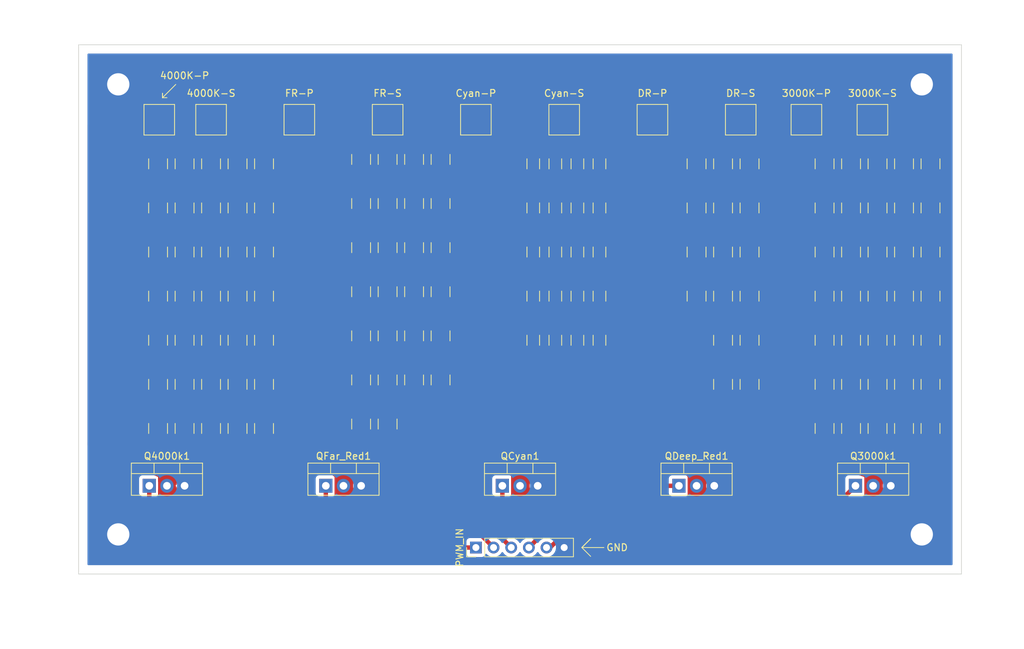
<source format=kicad_pcb>
(kicad_pcb (version 20171130) (host pcbnew "(5.1.7)-1")
  (layers (0 F.Cu signal) (31 B.Cu signal) (34 B.Paste user) (35 F.Paste user) (36 B.SilkS user) (37 F.SilkS user) (38 B.Mask user) (39 F.Mask user) (44 Edge.Cuts user))
  (net 0 "")
  (net 1 "Net-(J1-Pad1)")
  (net 2 GND)
  (net 3 "Net-(J1-Pad3)")
  (net 4 "Net-(J1-Pad4)")
  (net 5 "Net-(Far_Red1-Pad1)")
  (net 6 "Net-(Far_Red1-Pad2)")
  (net 7 "Net-(J2-Pad1)")
  (net 8 "Net-(J2-Pad3)")
  (net 9 "Net-(J2-Pad7)")
  (net 10 "Net-(J2-Pad5)")
  (net 11 "Net-(J1-Pad5)")
  (module MountingHole:MountingHole_3.2mm_M3_ISO14580_Pad_TopBottom (layer F.Cu) (at 197.5 121.3)
    (fp_text reference REF** hide)
    (fp_text value MountingHole_3.2mm_M3_ISO14580_Pad_TopBottom)
    (pad 1 thru_hole circle (at 0 0) (size 3.6 3.6) (drill 3.2) (layers *.Cu *.Mask))
    (pad 1 connect circle (at 0 0) (size 5.5 5.5) (layers F.Cu F.Mask))
    (pad 1 connect circle (at 0 0) (size 5.5 5.5) (layers B.Cu B.Mask))
  )
  (module MountingHole:MountingHole_3.2mm_M3_ISO14580_Pad_TopBottom (layer F.Cu) (at 81.9 121.3)
    (fp_text reference REF** hide)
    (fp_text value MountingHole_3.2mm_M3_ISO14580_Pad_TopBottom)
    (pad 1 thru_hole circle (at 0 0) (size 3.6 3.6) (drill 3.2) (layers *.Cu *.Mask))
    (pad 1 connect circle (at 0 0) (size 5.5 5.5) (layers F.Cu F.Mask))
    (pad 1 connect circle (at 0 0) (size 5.5 5.5) (layers B.Cu B.Mask))
  )
  (module MountingHole:MountingHole_3.2mm_M3_ISO14580_Pad_TopBottom (layer F.Cu) (at 197.5 56.5)
    (fp_text reference REF** hide)
    (fp_text value MountingHole_3.2mm_M3_ISO14580_Pad_TopBottom)
    (pad 1 thru_hole circle (at 0 0) (size 3.6 3.6) (drill 3.2) (layers *.Cu *.Mask))
    (pad 1 connect circle (at 0 0) (size 5.5 5.5) (layers F.Cu F.Mask))
    (pad 1 connect circle (at 0 0) (size 5.5 5.5) (layers B.Cu B.Mask))
  )
  (module MountingHole:MountingHole_3.2mm_M3_ISO14580_Pad_TopBottom (layer F.Cu) (at 81.9 56.5)
    (fp_text reference REF** hide)
    (fp_text value MountingHole_3.2mm_M3_ISO14580_Pad_TopBottom)
    (pad 1 connect circle (at 0 0) (size 5.5 5.5) (layers B.Cu B.Mask))
    (pad 1 connect circle (at 0 0) (size 5.5 5.5) (layers F.Cu F.Mask))
    (pad 1 thru_hole circle (at 0 0) (size 3.6 3.6) (drill 3.2) (layers *.Cu *.Mask))
  )
  (module Resistor_SMD:R_1210_3225Metric_Pad1.30x2.65mm_HandSolder (layer F.Cu) (at 87.63 74.295 90)
    (fp_text reference REF** hide)
    (fp_text value R_1210_3225Metric_Pad1.30x2.65mm_HandSolder)
    (pad 1 smd roundrect (at -1.55 0 90) (size 1.3 2.65) (layers F.Cu F.Paste F.Mask) (roundrect_rratio 0.192308) (net 8 "Net-(J2-Pad3)"))
    (pad 2 smd roundrect (at 1.55 0 90) (size 1.3 2.65) (layers F.Cu F.Paste F.Mask) (roundrect_rratio 0.192308))
  )
  (module Resistor_SMD:R_1210_3225Metric_Pad1.30x2.65mm_HandSolder (layer F.Cu) (at 91.44 93.345 90)
    (fp_text reference REF** hide)
    (fp_text value R_1210_3225Metric_Pad1.30x2.65mm_HandSolder)
    (pad 1 smd roundrect (at -1.55 0 90) (size 1.3 2.65) (layers F.Cu F.Paste F.Mask) (roundrect_rratio 0.192308) (net 8 "Net-(J2-Pad3)"))
    (pad 2 smd roundrect (at 1.55 0 90) (size 1.3 2.65) (layers F.Cu F.Paste F.Mask) (roundrect_rratio 0.192308))
  )
  (module Resistor_SMD:R_1210_3225Metric_Pad1.30x2.65mm_HandSolder (layer F.Cu) (at 91.44 74.295 90)
    (fp_text reference REF** hide)
    (fp_text value R_1210_3225Metric_Pad1.30x2.65mm_HandSolder)
    (pad 1 smd roundrect (at -1.55 0 90) (size 1.3 2.65) (layers F.Cu F.Paste F.Mask) (roundrect_rratio 0.192308) (net 8 "Net-(J2-Pad3)"))
    (pad 2 smd roundrect (at 1.55 0 90) (size 1.3 2.65) (layers F.Cu F.Paste F.Mask) (roundrect_rratio 0.192308))
  )
  (module Resistor_SMD:R_1210_3225Metric_Pad1.30x2.65mm_HandSolder (layer F.Cu) (at 95.25 86.995 90)
    (fp_text reference REF** hide)
    (fp_text value R_1210_3225Metric_Pad1.30x2.65mm_HandSolder)
    (pad 1 smd roundrect (at -1.55 0 90) (size 1.3 2.65) (layers F.Cu F.Paste F.Mask) (roundrect_rratio 0.192308) (net 8 "Net-(J2-Pad3)"))
    (pad 2 smd roundrect (at 1.55 0 90) (size 1.3 2.65) (layers F.Cu F.Paste F.Mask) (roundrect_rratio 0.192308))
  )
  (module Resistor_SMD:R_1210_3225Metric_Pad1.30x2.65mm_HandSolder (layer F.Cu) (at 95.25 67.945 90)
    (fp_text reference REF** hide)
    (fp_text value R_1210_3225Metric_Pad1.30x2.65mm_HandSolder)
    (pad 1 smd roundrect (at -1.55 0 90) (size 1.3 2.65) (layers F.Cu F.Paste F.Mask) (roundrect_rratio 0.192308) (net 8 "Net-(J2-Pad3)"))
    (pad 2 smd roundrect (at 1.55 0 90) (size 1.3 2.65) (layers F.Cu F.Paste F.Mask) (roundrect_rratio 0.192308))
  )
  (module Resistor_SMD:R_1210_3225Metric_Pad1.30x2.65mm_HandSolder (layer F.Cu) (at 95.25 93.345 90)
    (fp_text reference REF** hide)
    (fp_text value R_1210_3225Metric_Pad1.30x2.65mm_HandSolder)
    (pad 1 smd roundrect (at -1.55 0 90) (size 1.3 2.65) (layers F.Cu F.Paste F.Mask) (roundrect_rratio 0.192308) (net 8 "Net-(J2-Pad3)"))
    (pad 2 smd roundrect (at 1.55 0 90) (size 1.3 2.65) (layers F.Cu F.Paste F.Mask) (roundrect_rratio 0.192308))
  )
  (module Resistor_SMD:R_1210_3225Metric_Pad1.30x2.65mm_HandSolder (layer F.Cu) (at 91.44 86.995 90)
    (fp_text reference REF** hide)
    (fp_text value R_1210_3225Metric_Pad1.30x2.65mm_HandSolder)
    (pad 1 smd roundrect (at -1.55 0 90) (size 1.3 2.65) (layers F.Cu F.Paste F.Mask) (roundrect_rratio 0.192308) (net 8 "Net-(J2-Pad3)"))
    (pad 2 smd roundrect (at 1.55 0 90) (size 1.3 2.65) (layers F.Cu F.Paste F.Mask) (roundrect_rratio 0.192308))
  )
  (module Resistor_SMD:R_1210_3225Metric_Pad1.30x2.65mm_HandSolder (layer F.Cu) (at 87.63 93.345 90)
    (fp_text reference REF** hide)
    (fp_text value R_1210_3225Metric_Pad1.30x2.65mm_HandSolder)
    (pad 1 smd roundrect (at -1.55 0 90) (size 1.3 2.65) (layers F.Cu F.Paste F.Mask) (roundrect_rratio 0.192308) (net 8 "Net-(J2-Pad3)"))
    (pad 2 smd roundrect (at 1.55 0 90) (size 1.3 2.65) (layers F.Cu F.Paste F.Mask) (roundrect_rratio 0.192308))
  )
  (module Resistor_SMD:R_1210_3225Metric_Pad1.30x2.65mm_HandSolder (layer F.Cu) (at 95.25 80.645 90)
    (fp_text reference REF** hide)
    (fp_text value R_1210_3225Metric_Pad1.30x2.65mm_HandSolder)
    (pad 1 smd roundrect (at -1.55 0 90) (size 1.3 2.65) (layers F.Cu F.Paste F.Mask) (roundrect_rratio 0.192308) (net 8 "Net-(J2-Pad3)"))
    (pad 2 smd roundrect (at 1.55 0 90) (size 1.3 2.65) (layers F.Cu F.Paste F.Mask) (roundrect_rratio 0.192308))
  )
  (module Resistor_SMD:R_1210_3225Metric_Pad1.30x2.65mm_HandSolder (layer F.Cu) (at 95.25 74.295 90)
    (fp_text reference REF** hide)
    (fp_text value R_1210_3225Metric_Pad1.30x2.65mm_HandSolder)
    (pad 1 smd roundrect (at -1.55 0 90) (size 1.3 2.65) (layers F.Cu F.Paste F.Mask) (roundrect_rratio 0.192308) (net 8 "Net-(J2-Pad3)"))
    (pad 2 smd roundrect (at 1.55 0 90) (size 1.3 2.65) (layers F.Cu F.Paste F.Mask) (roundrect_rratio 0.192308))
  )
  (module Resistor_SMD:R_1210_3225Metric_Pad1.30x2.65mm_HandSolder (layer F.Cu) (at 87.63 80.645 90)
    (fp_text reference REF** hide)
    (fp_text value R_1210_3225Metric_Pad1.30x2.65mm_HandSolder)
    (pad 1 smd roundrect (at -1.55 0 90) (size 1.3 2.65) (layers F.Cu F.Paste F.Mask) (roundrect_rratio 0.192308) (net 8 "Net-(J2-Pad3)"))
    (pad 2 smd roundrect (at 1.55 0 90) (size 1.3 2.65) (layers F.Cu F.Paste F.Mask) (roundrect_rratio 0.192308))
  )
  (module Resistor_SMD:R_1210_3225Metric_Pad1.30x2.65mm_HandSolder (layer F.Cu) (at 91.44 67.945 90)
    (fp_text reference REF** hide)
    (fp_text value R_1210_3225Metric_Pad1.30x2.65mm_HandSolder)
    (pad 1 smd roundrect (at -1.55 0 90) (size 1.3 2.65) (layers F.Cu F.Paste F.Mask) (roundrect_rratio 0.192308) (net 8 "Net-(J2-Pad3)"))
    (pad 2 smd roundrect (at 1.55 0 90) (size 1.3 2.65) (layers F.Cu F.Paste F.Mask) (roundrect_rratio 0.192308))
  )
  (module Resistor_SMD:R_1210_3225Metric_Pad1.30x2.65mm_HandSolder (layer F.Cu) (at 91.44 80.645 90)
    (fp_text reference REF** hide)
    (fp_text value R_1210_3225Metric_Pad1.30x2.65mm_HandSolder)
    (pad 1 smd roundrect (at -1.55 0 90) (size 1.3 2.65) (layers F.Cu F.Paste F.Mask) (roundrect_rratio 0.192308) (net 8 "Net-(J2-Pad3)"))
    (pad 2 smd roundrect (at 1.55 0 90) (size 1.3 2.65) (layers F.Cu F.Paste F.Mask) (roundrect_rratio 0.192308))
  )
  (module Resistor_SMD:R_1210_3225Metric_Pad1.30x2.65mm_HandSolder (layer F.Cu) (at 87.63 86.995 90)
    (fp_text reference REF** hide)
    (fp_text value R_1210_3225Metric_Pad1.30x2.65mm_HandSolder)
    (pad 1 smd roundrect (at -1.55 0 90) (size 1.3 2.65) (layers F.Cu F.Paste F.Mask) (roundrect_rratio 0.192308) (net 8 "Net-(J2-Pad3)"))
    (pad 2 smd roundrect (at 1.55 0 90) (size 1.3 2.65) (layers F.Cu F.Paste F.Mask) (roundrect_rratio 0.192308))
  )
  (module Resistor_SMD:R_1210_3225Metric_Pad1.30x2.65mm_HandSolder (layer F.Cu) (at 87.63 67.945 90)
    (fp_text reference REF** hide)
    (fp_text value R_1210_3225Metric_Pad1.30x2.65mm_HandSolder)
    (pad 1 smd roundrect (at -1.55 0 90) (size 1.3 2.65) (layers F.Cu F.Paste F.Mask) (roundrect_rratio 0.192308) (net 8 "Net-(J2-Pad3)"))
    (pad 2 smd roundrect (at 1.55 0 90) (size 1.3 2.65) (layers F.Cu F.Paste F.Mask) (roundrect_rratio 0.192308))
  )
  (module Resistor_SMD:R_1210_3225Metric_Pad1.30x2.65mm_HandSolder (layer F.Cu) (at 91.44 99.695 90)
    (fp_text reference REF** hide)
    (fp_text value R_1210_3225Metric_Pad1.30x2.65mm_HandSolder)
    (pad 1 smd roundrect (at -1.55 0 90) (size 1.3 2.65) (layers F.Cu F.Paste F.Mask) (roundrect_rratio 0.192308) (net 8 "Net-(J2-Pad3)"))
    (pad 2 smd roundrect (at 1.55 0 90) (size 1.3 2.65) (layers F.Cu F.Paste F.Mask) (roundrect_rratio 0.192308))
  )
  (module Resistor_SMD:R_1210_3225Metric_Pad1.30x2.65mm_HandSolder (layer F.Cu) (at 95.25 99.695 90)
    (fp_text reference REF** hide)
    (fp_text value R_1210_3225Metric_Pad1.30x2.65mm_HandSolder)
    (pad 1 smd roundrect (at -1.55 0 90) (size 1.3 2.65) (layers F.Cu F.Paste F.Mask) (roundrect_rratio 0.192308) (net 8 "Net-(J2-Pad3)"))
    (pad 2 smd roundrect (at 1.55 0 90) (size 1.3 2.65) (layers F.Cu F.Paste F.Mask) (roundrect_rratio 0.192308))
  )
  (module Resistor_SMD:R_1210_3225Metric_Pad1.30x2.65mm_HandSolder (layer F.Cu) (at 87.63 99.695 90)
    (fp_text reference REF** hide)
    (fp_text value R_1210_3225Metric_Pad1.30x2.65mm_HandSolder)
    (pad 1 smd roundrect (at -1.55 0 90) (size 1.3 2.65) (layers F.Cu F.Paste F.Mask) (roundrect_rratio 0.192308) (net 8 "Net-(J2-Pad3)"))
    (pad 2 smd roundrect (at 1.55 0 90) (size 1.3 2.65) (layers F.Cu F.Paste F.Mask) (roundrect_rratio 0.192308))
  )
  (module TestPoint:TestPoint_Pad_4.0x4.0mm (layer F.Cu) (at 87.8 61.6)
    (fp_text reference 4000K-P (at 3.64 -6.355) (layer F.SilkS))
    (fp_text value TestPoint_Pad_4.0x4.0mm)
    (pad 1 smd rect (at 0 0) (size 4 4) (layers F.Cu F.Mask) (net 8 "Net-(J2-Pad3)"))
  )
  (module Resistor_SMD:R_1210_3225Metric_Pad1.30x2.65mm_HandSolder (layer F.Cu) (at 168.91 99.695 90)
    (fp_text reference REF** hide)
    (fp_text value R_1210_3225Metric_Pad1.30x2.65mm_HandSolder)
    (pad 1 smd roundrect (at -1.55 0 90) (size 1.3 2.65) (layers F.Cu F.Paste F.Mask) (roundrect_rratio 0.192308) (net 10 "Net-(J2-Pad5)"))
    (pad 2 smd roundrect (at 1.55 0 90) (size 1.3 2.65) (layers F.Cu F.Paste F.Mask) (roundrect_rratio 0.192308))
  )
  (module Resistor_SMD:R_1210_3225Metric_Pad1.30x2.65mm_HandSolder (layer F.Cu) (at 172.72 99.695 90)
    (fp_text reference REF** hide)
    (fp_text value R_1210_3225Metric_Pad1.30x2.65mm_HandSolder)
    (pad 1 smd roundrect (at -1.55 0 90) (size 1.3 2.65) (layers F.Cu F.Paste F.Mask) (roundrect_rratio 0.192308) (net 10 "Net-(J2-Pad5)"))
    (pad 2 smd roundrect (at 1.55 0 90) (size 1.3 2.65) (layers F.Cu F.Paste F.Mask) (roundrect_rratio 0.192308))
  )
  (module Resistor_SMD:R_1210_3225Metric_Pad1.30x2.65mm_HandSolder (layer F.Cu) (at 172.72 93.345 90)
    (fp_text reference REF** hide)
    (fp_text value R_1210_3225Metric_Pad1.30x2.65mm_HandSolder)
    (pad 1 smd roundrect (at -1.55 0 90) (size 1.3 2.65) (layers F.Cu F.Paste F.Mask) (roundrect_rratio 0.192308) (net 10 "Net-(J2-Pad5)"))
    (pad 2 smd roundrect (at 1.55 0 90) (size 1.3 2.65) (layers F.Cu F.Paste F.Mask) (roundrect_rratio 0.192308))
  )
  (module Resistor_SMD:R_1210_3225Metric_Pad1.30x2.65mm_HandSolder (layer F.Cu) (at 168.91 93.345 90)
    (fp_text reference REF** hide)
    (fp_text value R_1210_3225Metric_Pad1.30x2.65mm_HandSolder)
    (pad 1 smd roundrect (at -1.55 0 90) (size 1.3 2.65) (layers F.Cu F.Paste F.Mask) (roundrect_rratio 0.192308) (net 10 "Net-(J2-Pad5)"))
    (pad 2 smd roundrect (at 1.55 0 90) (size 1.3 2.65) (layers F.Cu F.Paste F.Mask) (roundrect_rratio 0.192308))
  )
  (module Resistor_SMD:R_1210_3225Metric_Pad1.30x2.65mm_HandSolder (layer F.Cu) (at 165.1 86.995 90)
    (fp_text reference REF** hide)
    (fp_text value R_1210_3225Metric_Pad1.30x2.65mm_HandSolder)
    (pad 1 smd roundrect (at -1.55 0 90) (size 1.3 2.65) (layers F.Cu F.Paste F.Mask) (roundrect_rratio 0.192308) (net 10 "Net-(J2-Pad5)"))
    (pad 2 smd roundrect (at 1.55 0 90) (size 1.3 2.65) (layers F.Cu F.Paste F.Mask) (roundrect_rratio 0.192308))
  )
  (module Resistor_SMD:R_1210_3225Metric_Pad1.30x2.65mm_HandSolder (layer F.Cu) (at 168.91 86.995 90)
    (fp_text reference REF** hide)
    (fp_text value R_1210_3225Metric_Pad1.30x2.65mm_HandSolder)
    (pad 1 smd roundrect (at -1.55 0 90) (size 1.3 2.65) (layers F.Cu F.Paste F.Mask) (roundrect_rratio 0.192308) (net 10 "Net-(J2-Pad5)"))
    (pad 2 smd roundrect (at 1.55 0 90) (size 1.3 2.65) (layers F.Cu F.Paste F.Mask) (roundrect_rratio 0.192308))
  )
  (module Resistor_SMD:R_1210_3225Metric_Pad1.30x2.65mm_HandSolder (layer F.Cu) (at 172.72 86.995 90)
    (fp_text reference REF** hide)
    (fp_text value R_1210_3225Metric_Pad1.30x2.65mm_HandSolder)
    (pad 1 smd roundrect (at -1.55 0 90) (size 1.3 2.65) (layers F.Cu F.Paste F.Mask) (roundrect_rratio 0.192308) (net 10 "Net-(J2-Pad5)"))
    (pad 2 smd roundrect (at 1.55 0 90) (size 1.3 2.65) (layers F.Cu F.Paste F.Mask) (roundrect_rratio 0.192308))
  )
  (module Resistor_SMD:R_1210_3225Metric_Pad1.30x2.65mm_HandSolder (layer F.Cu) (at 172.72 80.645 90)
    (fp_text reference REF** hide)
    (fp_text value R_1210_3225Metric_Pad1.30x2.65mm_HandSolder)
    (pad 1 smd roundrect (at -1.55 0 90) (size 1.3 2.65) (layers F.Cu F.Paste F.Mask) (roundrect_rratio 0.192308) (net 10 "Net-(J2-Pad5)"))
    (pad 2 smd roundrect (at 1.55 0 90) (size 1.3 2.65) (layers F.Cu F.Paste F.Mask) (roundrect_rratio 0.192308))
  )
  (module Resistor_SMD:R_1210_3225Metric_Pad1.30x2.65mm_HandSolder (layer F.Cu) (at 168.91 80.645 90)
    (fp_text reference REF** hide)
    (fp_text value R_1210_3225Metric_Pad1.30x2.65mm_HandSolder)
    (pad 1 smd roundrect (at -1.55 0 90) (size 1.3 2.65) (layers F.Cu F.Paste F.Mask) (roundrect_rratio 0.192308) (net 10 "Net-(J2-Pad5)"))
    (pad 2 smd roundrect (at 1.55 0 90) (size 1.3 2.65) (layers F.Cu F.Paste F.Mask) (roundrect_rratio 0.192308))
  )
  (module Resistor_SMD:R_1210_3225Metric_Pad1.30x2.65mm_HandSolder (layer F.Cu) (at 165.1 80.645 90)
    (fp_text reference REF** hide)
    (fp_text value R_1210_3225Metric_Pad1.30x2.65mm_HandSolder)
    (pad 1 smd roundrect (at -1.55 0 90) (size 1.3 2.65) (layers F.Cu F.Paste F.Mask) (roundrect_rratio 0.192308) (net 10 "Net-(J2-Pad5)"))
    (pad 2 smd roundrect (at 1.55 0 90) (size 1.3 2.65) (layers F.Cu F.Paste F.Mask) (roundrect_rratio 0.192308))
  )
  (module Resistor_SMD:R_1210_3225Metric_Pad1.30x2.65mm_HandSolder (layer F.Cu) (at 165.1 74.295 90)
    (fp_text reference REF** hide)
    (fp_text value R_1210_3225Metric_Pad1.30x2.65mm_HandSolder)
    (pad 1 smd roundrect (at -1.55 0 90) (size 1.3 2.65) (layers F.Cu F.Paste F.Mask) (roundrect_rratio 0.192308) (net 10 "Net-(J2-Pad5)"))
    (pad 2 smd roundrect (at 1.55 0 90) (size 1.3 2.65) (layers F.Cu F.Paste F.Mask) (roundrect_rratio 0.192308))
  )
  (module Resistor_SMD:R_1210_3225Metric_Pad1.30x2.65mm_HandSolder (layer F.Cu) (at 168.91 74.295 90)
    (fp_text reference REF** hide)
    (fp_text value R_1210_3225Metric_Pad1.30x2.65mm_HandSolder)
    (pad 1 smd roundrect (at -1.55 0 90) (size 1.3 2.65) (layers F.Cu F.Paste F.Mask) (roundrect_rratio 0.192308) (net 10 "Net-(J2-Pad5)"))
    (pad 2 smd roundrect (at 1.55 0 90) (size 1.3 2.65) (layers F.Cu F.Paste F.Mask) (roundrect_rratio 0.192308))
  )
  (module Resistor_SMD:R_1210_3225Metric_Pad1.30x2.65mm_HandSolder (layer F.Cu) (at 172.72 74.295 90)
    (fp_text reference REF** hide)
    (fp_text value R_1210_3225Metric_Pad1.30x2.65mm_HandSolder)
    (pad 1 smd roundrect (at -1.55 0 90) (size 1.3 2.65) (layers F.Cu F.Paste F.Mask) (roundrect_rratio 0.192308) (net 10 "Net-(J2-Pad5)"))
    (pad 2 smd roundrect (at 1.55 0 90) (size 1.3 2.65) (layers F.Cu F.Paste F.Mask) (roundrect_rratio 0.192308))
  )
  (module Resistor_SMD:R_1210_3225Metric_Pad1.30x2.65mm_HandSolder (layer F.Cu) (at 172.72 67.945 90)
    (fp_text reference REF** hide)
    (fp_text value R_1210_3225Metric_Pad1.30x2.65mm_HandSolder)
    (pad 1 smd roundrect (at -1.55 0 90) (size 1.3 2.65) (layers F.Cu F.Paste F.Mask) (roundrect_rratio 0.192308) (net 10 "Net-(J2-Pad5)"))
    (pad 2 smd roundrect (at 1.55 0 90) (size 1.3 2.65) (layers F.Cu F.Paste F.Mask) (roundrect_rratio 0.192308))
  )
  (module Resistor_SMD:R_1210_3225Metric_Pad1.30x2.65mm_HandSolder (layer F.Cu) (at 168.91 67.945 90)
    (fp_text reference REF** hide)
    (fp_text value R_1210_3225Metric_Pad1.30x2.65mm_HandSolder)
    (pad 1 smd roundrect (at -1.55 0 90) (size 1.3 2.65) (layers F.Cu F.Paste F.Mask) (roundrect_rratio 0.192308) (net 10 "Net-(J2-Pad5)"))
    (pad 2 smd roundrect (at 1.55 0 90) (size 1.3 2.65) (layers F.Cu F.Paste F.Mask) (roundrect_rratio 0.192308))
  )
  (module Resistor_SMD:R_1210_3225Metric_Pad1.30x2.65mm_HandSolder (layer F.Cu) (at 165.1 67.945 90)
    (fp_text reference REF** hide)
    (fp_text value R_1210_3225Metric_Pad1.30x2.65mm_HandSolder)
    (pad 1 smd roundrect (at -1.55 0 90) (size 1.3 2.65) (layers F.Cu F.Paste F.Mask) (roundrect_rratio 0.192308) (net 10 "Net-(J2-Pad5)"))
    (pad 2 smd roundrect (at 1.55 0 90) (size 1.3 2.65) (layers F.Cu F.Paste F.Mask) (roundrect_rratio 0.192308))
  )
  (module Resistor_SMD:R_1206_3216Metric_Pad1.30x1.75mm_HandSolder (layer F.Cu) (at 151.13 93.345 90)
    (fp_text reference REF** hide)
    (fp_text value R_1206_3216Metric_Pad1.30x1.75mm_HandSolder)
    (pad 1 smd roundrect (at -1.55 0 90) (size 1.3 1.75) (layers F.Cu F.Paste F.Mask) (roundrect_rratio 0.192308) (net 9 "Net-(J2-Pad7)"))
    (pad 2 smd roundrect (at 1.55 0 90) (size 1.3 1.75) (layers F.Cu F.Paste F.Mask) (roundrect_rratio 0.192308))
  )
  (module Resistor_SMD:R_1206_3216Metric_Pad1.30x1.75mm_HandSolder (layer F.Cu) (at 147.955 93.345 90)
    (fp_text reference REF** hide)
    (fp_text value R_1206_3216Metric_Pad1.30x1.75mm_HandSolder)
    (pad 1 smd roundrect (at -1.55 0 90) (size 1.3 1.75) (layers F.Cu F.Paste F.Mask) (roundrect_rratio 0.192308) (net 9 "Net-(J2-Pad7)"))
    (pad 2 smd roundrect (at 1.55 0 90) (size 1.3 1.75) (layers F.Cu F.Paste F.Mask) (roundrect_rratio 0.192308))
  )
  (module Resistor_SMD:R_1206_3216Metric_Pad1.30x1.75mm_HandSolder (layer F.Cu) (at 144.78 93.345 90)
    (fp_text reference REF** hide)
    (fp_text value R_1206_3216Metric_Pad1.30x1.75mm_HandSolder)
    (pad 1 smd roundrect (at -1.55 0 90) (size 1.3 1.75) (layers F.Cu F.Paste F.Mask) (roundrect_rratio 0.192308) (net 9 "Net-(J2-Pad7)"))
    (pad 2 smd roundrect (at 1.55 0 90) (size 1.3 1.75) (layers F.Cu F.Paste F.Mask) (roundrect_rratio 0.192308))
  )
  (module Resistor_SMD:R_1206_3216Metric_Pad1.30x1.75mm_HandSolder (layer F.Cu) (at 141.605 93.345 90)
    (fp_text reference REF** hide)
    (fp_text value R_1206_3216Metric_Pad1.30x1.75mm_HandSolder)
    (pad 1 smd roundrect (at -1.55 0 90) (size 1.3 1.75) (layers F.Cu F.Paste F.Mask) (roundrect_rratio 0.192308) (net 9 "Net-(J2-Pad7)"))
    (pad 2 smd roundrect (at 1.55 0 90) (size 1.3 1.75) (layers F.Cu F.Paste F.Mask) (roundrect_rratio 0.192308))
  )
  (module Resistor_SMD:R_1206_3216Metric_Pad1.30x1.75mm_HandSolder (layer F.Cu) (at 141.605 86.995 90)
    (fp_text reference REF** hide)
    (fp_text value R_1206_3216Metric_Pad1.30x1.75mm_HandSolder)
    (pad 1 smd roundrect (at -1.55 0 90) (size 1.3 1.75) (layers F.Cu F.Paste F.Mask) (roundrect_rratio 0.192308) (net 9 "Net-(J2-Pad7)"))
    (pad 2 smd roundrect (at 1.55 0 90) (size 1.3 1.75) (layers F.Cu F.Paste F.Mask) (roundrect_rratio 0.192308))
  )
  (module Resistor_SMD:R_1206_3216Metric_Pad1.30x1.75mm_HandSolder (layer F.Cu) (at 144.78 86.995 90)
    (fp_text reference REF** hide)
    (fp_text value R_1206_3216Metric_Pad1.30x1.75mm_HandSolder)
    (pad 1 smd roundrect (at -1.55 0 90) (size 1.3 1.75) (layers F.Cu F.Paste F.Mask) (roundrect_rratio 0.192308) (net 9 "Net-(J2-Pad7)"))
    (pad 2 smd roundrect (at 1.55 0 90) (size 1.3 1.75) (layers F.Cu F.Paste F.Mask) (roundrect_rratio 0.192308))
  )
  (module Resistor_SMD:R_1206_3216Metric_Pad1.30x1.75mm_HandSolder (layer F.Cu) (at 147.955 86.995 90)
    (fp_text reference REF** hide)
    (fp_text value R_1206_3216Metric_Pad1.30x1.75mm_HandSolder)
    (pad 1 smd roundrect (at -1.55 0 90) (size 1.3 1.75) (layers F.Cu F.Paste F.Mask) (roundrect_rratio 0.192308) (net 9 "Net-(J2-Pad7)"))
    (pad 2 smd roundrect (at 1.55 0 90) (size 1.3 1.75) (layers F.Cu F.Paste F.Mask) (roundrect_rratio 0.192308))
  )
  (module Resistor_SMD:R_1206_3216Metric_Pad1.30x1.75mm_HandSolder (layer F.Cu) (at 151.13 86.995 90)
    (fp_text reference REF** hide)
    (fp_text value R_1206_3216Metric_Pad1.30x1.75mm_HandSolder)
    (pad 1 smd roundrect (at -1.55 0 90) (size 1.3 1.75) (layers F.Cu F.Paste F.Mask) (roundrect_rratio 0.192308) (net 9 "Net-(J2-Pad7)"))
    (pad 2 smd roundrect (at 1.55 0 90) (size 1.3 1.75) (layers F.Cu F.Paste F.Mask) (roundrect_rratio 0.192308))
  )
  (module Resistor_SMD:R_1206_3216Metric_Pad1.30x1.75mm_HandSolder (layer F.Cu) (at 151.13 80.645 90)
    (fp_text reference REF** hide)
    (fp_text value R_1206_3216Metric_Pad1.30x1.75mm_HandSolder)
    (pad 1 smd roundrect (at -1.55 0 90) (size 1.3 1.75) (layers F.Cu F.Paste F.Mask) (roundrect_rratio 0.192308) (net 9 "Net-(J2-Pad7)"))
    (pad 2 smd roundrect (at 1.55 0 90) (size 1.3 1.75) (layers F.Cu F.Paste F.Mask) (roundrect_rratio 0.192308))
  )
  (module Resistor_SMD:R_1206_3216Metric_Pad1.30x1.75mm_HandSolder (layer F.Cu) (at 147.955 80.645 90)
    (fp_text reference REF** hide)
    (fp_text value R_1206_3216Metric_Pad1.30x1.75mm_HandSolder)
    (pad 1 smd roundrect (at -1.55 0 90) (size 1.3 1.75) (layers F.Cu F.Paste F.Mask) (roundrect_rratio 0.192308) (net 9 "Net-(J2-Pad7)"))
    (pad 2 smd roundrect (at 1.55 0 90) (size 1.3 1.75) (layers F.Cu F.Paste F.Mask) (roundrect_rratio 0.192308))
  )
  (module Resistor_SMD:R_1206_3216Metric_Pad1.30x1.75mm_HandSolder (layer F.Cu) (at 144.78 80.645 90)
    (fp_text reference REF** hide)
    (fp_text value R_1206_3216Metric_Pad1.30x1.75mm_HandSolder)
    (pad 1 smd roundrect (at -1.55 0 90) (size 1.3 1.75) (layers F.Cu F.Paste F.Mask) (roundrect_rratio 0.192308) (net 9 "Net-(J2-Pad7)"))
    (pad 2 smd roundrect (at 1.55 0 90) (size 1.3 1.75) (layers F.Cu F.Paste F.Mask) (roundrect_rratio 0.192308))
  )
  (module Resistor_SMD:R_1206_3216Metric_Pad1.30x1.75mm_HandSolder (layer F.Cu) (at 141.605 80.645 90)
    (fp_text reference REF** hide)
    (fp_text value R_1206_3216Metric_Pad1.30x1.75mm_HandSolder)
    (pad 1 smd roundrect (at -1.55 0 90) (size 1.3 1.75) (layers F.Cu F.Paste F.Mask) (roundrect_rratio 0.192308) (net 9 "Net-(J2-Pad7)"))
    (pad 2 smd roundrect (at 1.55 0 90) (size 1.3 1.75) (layers F.Cu F.Paste F.Mask) (roundrect_rratio 0.192308))
  )
  (module Resistor_SMD:R_1206_3216Metric_Pad1.30x1.75mm_HandSolder (layer F.Cu) (at 141.605 74.295 90)
    (fp_text reference REF** hide)
    (fp_text value R_1206_3216Metric_Pad1.30x1.75mm_HandSolder)
    (pad 1 smd roundrect (at -1.55 0 90) (size 1.3 1.75) (layers F.Cu F.Paste F.Mask) (roundrect_rratio 0.192308) (net 9 "Net-(J2-Pad7)"))
    (pad 2 smd roundrect (at 1.55 0 90) (size 1.3 1.75) (layers F.Cu F.Paste F.Mask) (roundrect_rratio 0.192308))
  )
  (module Resistor_SMD:R_1206_3216Metric_Pad1.30x1.75mm_HandSolder (layer F.Cu) (at 144.78 74.295 90)
    (fp_text reference REF** hide)
    (fp_text value R_1206_3216Metric_Pad1.30x1.75mm_HandSolder)
    (pad 1 smd roundrect (at -1.55 0 90) (size 1.3 1.75) (layers F.Cu F.Paste F.Mask) (roundrect_rratio 0.192308) (net 9 "Net-(J2-Pad7)"))
    (pad 2 smd roundrect (at 1.55 0 90) (size 1.3 1.75) (layers F.Cu F.Paste F.Mask) (roundrect_rratio 0.192308))
  )
  (module Resistor_SMD:R_1206_3216Metric_Pad1.30x1.75mm_HandSolder (layer F.Cu) (at 147.955 74.295 90)
    (fp_text reference REF** hide)
    (fp_text value R_1206_3216Metric_Pad1.30x1.75mm_HandSolder)
    (pad 1 smd roundrect (at -1.55 0 90) (size 1.3 1.75) (layers F.Cu F.Paste F.Mask) (roundrect_rratio 0.192308) (net 9 "Net-(J2-Pad7)"))
    (pad 2 smd roundrect (at 1.55 0 90) (size 1.3 1.75) (layers F.Cu F.Paste F.Mask) (roundrect_rratio 0.192308))
  )
  (module Resistor_SMD:R_1206_3216Metric_Pad1.30x1.75mm_HandSolder (layer F.Cu) (at 151.13 74.295 90)
    (fp_text reference REF** hide)
    (fp_text value R_1206_3216Metric_Pad1.30x1.75mm_HandSolder)
    (pad 1 smd roundrect (at -1.55 0 90) (size 1.3 1.75) (layers F.Cu F.Paste F.Mask) (roundrect_rratio 0.192308) (net 9 "Net-(J2-Pad7)"))
    (pad 2 smd roundrect (at 1.55 0 90) (size 1.3 1.75) (layers F.Cu F.Paste F.Mask) (roundrect_rratio 0.192308))
  )
  (module Resistor_SMD:R_1206_3216Metric_Pad1.30x1.75mm_HandSolder (layer F.Cu) (at 151.13 67.945 90)
    (fp_text reference REF** hide)
    (fp_text value R_1206_3216Metric_Pad1.30x1.75mm_HandSolder)
    (pad 1 smd roundrect (at -1.55 0 90) (size 1.3 1.75) (layers F.Cu F.Paste F.Mask) (roundrect_rratio 0.192308) (net 9 "Net-(J2-Pad7)"))
    (pad 2 smd roundrect (at 1.55 0 90) (size 1.3 1.75) (layers F.Cu F.Paste F.Mask) (roundrect_rratio 0.192308))
  )
  (module Resistor_SMD:R_1206_3216Metric_Pad1.30x1.75mm_HandSolder (layer F.Cu) (at 147.955 67.945 90)
    (fp_text reference REF** hide)
    (fp_text value R_1206_3216Metric_Pad1.30x1.75mm_HandSolder)
    (pad 1 smd roundrect (at -1.55 0 90) (size 1.3 1.75) (layers F.Cu F.Paste F.Mask) (roundrect_rratio 0.192308) (net 9 "Net-(J2-Pad7)"))
    (pad 2 smd roundrect (at 1.55 0 90) (size 1.3 1.75) (layers F.Cu F.Paste F.Mask) (roundrect_rratio 0.192308))
  )
  (module Resistor_SMD:R_1206_3216Metric_Pad1.30x1.75mm_HandSolder (layer F.Cu) (at 144.78 67.945 90)
    (fp_text reference REF** hide)
    (fp_text value R_1206_3216Metric_Pad1.30x1.75mm_HandSolder)
    (pad 1 smd roundrect (at -1.55 0 90) (size 1.3 1.75) (layers F.Cu F.Paste F.Mask) (roundrect_rratio 0.192308) (net 9 "Net-(J2-Pad7)"))
    (pad 2 smd roundrect (at 1.55 0 90) (size 1.3 1.75) (layers F.Cu F.Paste F.Mask) (roundrect_rratio 0.192308))
  )
  (module Resistor_SMD:R_1206_3216Metric_Pad1.30x1.75mm_HandSolder (layer F.Cu) (at 141.605 67.945 90)
    (fp_text reference REF** hide)
    (fp_text value R_1206_3216Metric_Pad1.30x1.75mm_HandSolder)
    (pad 2 smd roundrect (at 1.55 0 90) (size 1.3 1.75) (layers F.Cu F.Paste F.Mask) (roundrect_rratio 0.192308))
    (pad 1 smd roundrect (at -1.55 0 90) (size 1.3 1.75) (layers F.Cu F.Paste F.Mask) (roundrect_rratio 0.192308) (net 9 "Net-(J2-Pad7)"))
  )
  (module Resistor_SMD:R_1210_3225Metric_Pad1.30x2.65mm_HandSolder (layer F.Cu) (at 194.945 106.045 90)
    (fp_text reference REF** hide)
    (fp_text value R_1210_3225Metric_Pad1.30x2.65mm_HandSolder)
    (pad 1 smd roundrect (at -1.55 0 90) (size 1.3 2.65) (layers F.Cu F.Paste F.Mask) (roundrect_rratio 0.192308) (net 7 "Net-(J2-Pad1)"))
    (pad 2 smd roundrect (at 1.55 0 90) (size 1.3 2.65) (layers F.Cu F.Paste F.Mask) (roundrect_rratio 0.192308))
  )
  (module Resistor_SMD:R_1210_3225Metric_Pad1.30x2.65mm_HandSolder (layer F.Cu) (at 191.135 106.045 90)
    (fp_text reference REF** hide)
    (fp_text value R_1210_3225Metric_Pad1.30x2.65mm_HandSolder)
    (pad 1 smd roundrect (at -1.55 0 90) (size 1.3 2.65) (layers F.Cu F.Paste F.Mask) (roundrect_rratio 0.192308) (net 7 "Net-(J2-Pad1)"))
    (pad 2 smd roundrect (at 1.55 0 90) (size 1.3 2.65) (layers F.Cu F.Paste F.Mask) (roundrect_rratio 0.192308))
  )
  (module Resistor_SMD:R_1210_3225Metric_Pad1.30x2.65mm_HandSolder (layer F.Cu) (at 187.325 99.695 90)
    (fp_text reference REF** hide)
    (fp_text value R_1210_3225Metric_Pad1.30x2.65mm_HandSolder)
    (pad 1 smd roundrect (at -1.55 0 90) (size 1.3 2.65) (layers F.Cu F.Paste F.Mask) (roundrect_rratio 0.192308) (net 7 "Net-(J2-Pad1)"))
    (pad 2 smd roundrect (at 1.55 0 90) (size 1.3 2.65) (layers F.Cu F.Paste F.Mask) (roundrect_rratio 0.192308))
  )
  (module Resistor_SMD:R_1210_3225Metric_Pad1.30x2.65mm_HandSolder (layer F.Cu) (at 198.755 99.695 90)
    (fp_text reference REF** hide)
    (fp_text value R_1210_3225Metric_Pad1.30x2.65mm_HandSolder)
    (pad 1 smd roundrect (at -1.55 0 90) (size 1.3 2.65) (layers F.Cu F.Paste F.Mask) (roundrect_rratio 0.192308) (net 7 "Net-(J2-Pad1)"))
    (pad 2 smd roundrect (at 1.55 0 90) (size 1.3 2.65) (layers F.Cu F.Paste F.Mask) (roundrect_rratio 0.192308))
  )
  (module Resistor_SMD:R_1210_3225Metric_Pad1.30x2.65mm_HandSolder (layer F.Cu) (at 194.945 80.645 90)
    (fp_text reference REF** hide)
    (fp_text value R_1210_3225Metric_Pad1.30x2.65mm_HandSolder)
    (pad 1 smd roundrect (at -1.55 0 90) (size 1.3 2.65) (layers F.Cu F.Paste F.Mask) (roundrect_rratio 0.192308) (net 7 "Net-(J2-Pad1)"))
    (pad 2 smd roundrect (at 1.55 0 90) (size 1.3 2.65) (layers F.Cu F.Paste F.Mask) (roundrect_rratio 0.192308))
  )
  (module Resistor_SMD:R_1210_3225Metric_Pad1.30x2.65mm_HandSolder (layer F.Cu) (at 191.135 74.295 90)
    (fp_text reference REF** hide)
    (fp_text value R_1210_3225Metric_Pad1.30x2.65mm_HandSolder)
    (pad 1 smd roundrect (at -1.55 0 90) (size 1.3 2.65) (layers F.Cu F.Paste F.Mask) (roundrect_rratio 0.192308) (net 7 "Net-(J2-Pad1)"))
    (pad 2 smd roundrect (at 1.55 0 90) (size 1.3 2.65) (layers F.Cu F.Paste F.Mask) (roundrect_rratio 0.192308))
  )
  (module Resistor_SMD:R_1210_3225Metric_Pad1.30x2.65mm_HandSolder (layer F.Cu) (at 191.135 99.695 90)
    (fp_text reference REF** hide)
    (fp_text value R_1210_3225Metric_Pad1.30x2.65mm_HandSolder)
    (pad 1 smd roundrect (at -1.55 0 90) (size 1.3 2.65) (layers F.Cu F.Paste F.Mask) (roundrect_rratio 0.192308) (net 7 "Net-(J2-Pad1)"))
    (pad 2 smd roundrect (at 1.55 0 90) (size 1.3 2.65) (layers F.Cu F.Paste F.Mask) (roundrect_rratio 0.192308))
  )
  (module Resistor_SMD:R_1210_3225Metric_Pad1.30x2.65mm_HandSolder (layer F.Cu) (at 194.945 99.695 90)
    (fp_text reference REF** hide)
    (fp_text value R_1210_3225Metric_Pad1.30x2.65mm_HandSolder)
    (pad 1 smd roundrect (at -1.55 0 90) (size 1.3 2.65) (layers F.Cu F.Paste F.Mask) (roundrect_rratio 0.192308) (net 7 "Net-(J2-Pad1)"))
    (pad 2 smd roundrect (at 1.55 0 90) (size 1.3 2.65) (layers F.Cu F.Paste F.Mask) (roundrect_rratio 0.192308))
  )
  (module Resistor_SMD:R_1210_3225Metric_Pad1.30x2.65mm_HandSolder (layer F.Cu) (at 198.755 93.345 90)
    (fp_text reference REF** hide)
    (fp_text value R_1210_3225Metric_Pad1.30x2.65mm_HandSolder)
    (pad 1 smd roundrect (at -1.55 0 90) (size 1.3 2.65) (layers F.Cu F.Paste F.Mask) (roundrect_rratio 0.192308) (net 7 "Net-(J2-Pad1)"))
    (pad 2 smd roundrect (at 1.55 0 90) (size 1.3 2.65) (layers F.Cu F.Paste F.Mask) (roundrect_rratio 0.192308))
  )
  (module Resistor_SMD:R_1210_3225Metric_Pad1.30x2.65mm_HandSolder (layer F.Cu) (at 198.755 80.645 90)
    (fp_text reference REF** hide)
    (fp_text value R_1210_3225Metric_Pad1.30x2.65mm_HandSolder)
    (pad 1 smd roundrect (at -1.55 0 90) (size 1.3 2.65) (layers F.Cu F.Paste F.Mask) (roundrect_rratio 0.192308) (net 7 "Net-(J2-Pad1)"))
    (pad 2 smd roundrect (at 1.55 0 90) (size 1.3 2.65) (layers F.Cu F.Paste F.Mask) (roundrect_rratio 0.192308))
  )
  (module Resistor_SMD:R_1210_3225Metric_Pad1.30x2.65mm_HandSolder (layer F.Cu) (at 183.515 86.995 90)
    (fp_text reference REF** hide)
    (fp_text value R_1210_3225Metric_Pad1.30x2.65mm_HandSolder)
    (pad 1 smd roundrect (at -1.55 0 90) (size 1.3 2.65) (layers F.Cu F.Paste F.Mask) (roundrect_rratio 0.192308) (net 7 "Net-(J2-Pad1)"))
    (pad 2 smd roundrect (at 1.55 0 90) (size 1.3 2.65) (layers F.Cu F.Paste F.Mask) (roundrect_rratio 0.192308))
  )
  (module Resistor_SMD:R_1210_3225Metric_Pad1.30x2.65mm_HandSolder (layer F.Cu) (at 198.755 86.995 90)
    (fp_text reference REF** hide)
    (fp_text value R_1210_3225Metric_Pad1.30x2.65mm_HandSolder)
    (pad 1 smd roundrect (at -1.55 0 90) (size 1.3 2.65) (layers F.Cu F.Paste F.Mask) (roundrect_rratio 0.192308) (net 7 "Net-(J2-Pad1)"))
    (pad 2 smd roundrect (at 1.55 0 90) (size 1.3 2.65) (layers F.Cu F.Paste F.Mask) (roundrect_rratio 0.192308))
  )
  (module Resistor_SMD:R_1210_3225Metric_Pad1.30x2.65mm_HandSolder (layer F.Cu) (at 194.945 86.995 90)
    (fp_text reference REF** hide)
    (fp_text value R_1210_3225Metric_Pad1.30x2.65mm_HandSolder)
    (pad 1 smd roundrect (at -1.55 0 90) (size 1.3 2.65) (layers F.Cu F.Paste F.Mask) (roundrect_rratio 0.192308) (net 7 "Net-(J2-Pad1)"))
    (pad 2 smd roundrect (at 1.55 0 90) (size 1.3 2.65) (layers F.Cu F.Paste F.Mask) (roundrect_rratio 0.192308))
  )
  (module Resistor_SMD:R_1210_3225Metric_Pad1.30x2.65mm_HandSolder (layer F.Cu) (at 183.515 74.295 90)
    (fp_text reference REF** hide)
    (fp_text value R_1210_3225Metric_Pad1.30x2.65mm_HandSolder)
    (pad 1 smd roundrect (at -1.55 0 90) (size 1.3 2.65) (layers F.Cu F.Paste F.Mask) (roundrect_rratio 0.192308) (net 7 "Net-(J2-Pad1)"))
    (pad 2 smd roundrect (at 1.55 0 90) (size 1.3 2.65) (layers F.Cu F.Paste F.Mask) (roundrect_rratio 0.192308))
  )
  (module Resistor_SMD:R_1210_3225Metric_Pad1.30x2.65mm_HandSolder (layer F.Cu) (at 198.755 74.295 90)
    (fp_text reference REF** hide)
    (fp_text value R_1210_3225Metric_Pad1.30x2.65mm_HandSolder)
    (pad 1 smd roundrect (at -1.55 0 90) (size 1.3 2.65) (layers F.Cu F.Paste F.Mask) (roundrect_rratio 0.192308) (net 7 "Net-(J2-Pad1)"))
    (pad 2 smd roundrect (at 1.55 0 90) (size 1.3 2.65) (layers F.Cu F.Paste F.Mask) (roundrect_rratio 0.192308))
  )
  (module Resistor_SMD:R_1210_3225Metric_Pad1.30x2.65mm_HandSolder (layer F.Cu) (at 198.755 67.945 90)
    (fp_text reference REF** hide)
    (fp_text value R_1210_3225Metric_Pad1.30x2.65mm_HandSolder)
    (pad 1 smd roundrect (at -1.55 0 90) (size 1.3 2.65) (layers F.Cu F.Paste F.Mask) (roundrect_rratio 0.192308) (net 7 "Net-(J2-Pad1)"))
    (pad 2 smd roundrect (at 1.55 0 90) (size 1.3 2.65) (layers F.Cu F.Paste F.Mask) (roundrect_rratio 0.192308))
  )
  (module Resistor_SMD:R_1210_3225Metric_Pad1.30x2.65mm_HandSolder (layer F.Cu) (at 194.945 67.945 90)
    (fp_text reference REF** hide)
    (fp_text value R_1210_3225Metric_Pad1.30x2.65mm_HandSolder)
    (pad 1 smd roundrect (at -1.55 0 90) (size 1.3 2.65) (layers F.Cu F.Paste F.Mask) (roundrect_rratio 0.192308) (net 7 "Net-(J2-Pad1)"))
    (pad 2 smd roundrect (at 1.55 0 90) (size 1.3 2.65) (layers F.Cu F.Paste F.Mask) (roundrect_rratio 0.192308))
  )
  (module Resistor_SMD:R_1210_3225Metric_Pad1.30x2.65mm_HandSolder (layer F.Cu) (at 187.325 106.045 90)
    (fp_text reference REF** hide)
    (fp_text value R_1210_3225Metric_Pad1.30x2.65mm_HandSolder)
    (pad 1 smd roundrect (at -1.55 0 90) (size 1.3 2.65) (layers F.Cu F.Paste F.Mask) (roundrect_rratio 0.192308) (net 7 "Net-(J2-Pad1)"))
    (pad 2 smd roundrect (at 1.55 0 90) (size 1.3 2.65) (layers F.Cu F.Paste F.Mask) (roundrect_rratio 0.192308))
  )
  (module Resistor_SMD:R_1210_3225Metric_Pad1.30x2.65mm_HandSolder (layer F.Cu) (at 183.515 93.345 90)
    (fp_text reference REF** hide)
    (fp_text value R_1210_3225Metric_Pad1.30x2.65mm_HandSolder)
    (pad 1 smd roundrect (at -1.55 0 90) (size 1.3 2.65) (layers F.Cu F.Paste F.Mask) (roundrect_rratio 0.192308) (net 7 "Net-(J2-Pad1)"))
    (pad 2 smd roundrect (at 1.55 0 90) (size 1.3 2.65) (layers F.Cu F.Paste F.Mask) (roundrect_rratio 0.192308))
  )
  (module Resistor_SMD:R_1210_3225Metric_Pad1.30x2.65mm_HandSolder (layer F.Cu) (at 198.755 106.045 90)
    (fp_text reference REF** hide)
    (fp_text value R_1210_3225Metric_Pad1.30x2.65mm_HandSolder)
    (pad 1 smd roundrect (at -1.55 0 90) (size 1.3 2.65) (layers F.Cu F.Paste F.Mask) (roundrect_rratio 0.192308) (net 7 "Net-(J2-Pad1)"))
    (pad 2 smd roundrect (at 1.55 0 90) (size 1.3 2.65) (layers F.Cu F.Paste F.Mask) (roundrect_rratio 0.192308))
  )
  (module Resistor_SMD:R_1210_3225Metric_Pad1.30x2.65mm_HandSolder (layer F.Cu) (at 187.325 80.645 90)
    (fp_text reference REF** hide)
    (fp_text value R_1210_3225Metric_Pad1.30x2.65mm_HandSolder)
    (pad 1 smd roundrect (at -1.55 0 90) (size 1.3 2.65) (layers F.Cu F.Paste F.Mask) (roundrect_rratio 0.192308) (net 7 "Net-(J2-Pad1)"))
    (pad 2 smd roundrect (at 1.55 0 90) (size 1.3 2.65) (layers F.Cu F.Paste F.Mask) (roundrect_rratio 0.192308))
  )
  (module Resistor_SMD:R_1210_3225Metric_Pad1.30x2.65mm_HandSolder (layer F.Cu) (at 191.135 80.645 90)
    (fp_text reference REF** hide)
    (fp_text value R_1210_3225Metric_Pad1.30x2.65mm_HandSolder)
    (pad 1 smd roundrect (at -1.55 0 90) (size 1.3 2.65) (layers F.Cu F.Paste F.Mask) (roundrect_rratio 0.192308) (net 7 "Net-(J2-Pad1)"))
    (pad 2 smd roundrect (at 1.55 0 90) (size 1.3 2.65) (layers F.Cu F.Paste F.Mask) (roundrect_rratio 0.192308))
  )
  (module Resistor_SMD:R_1210_3225Metric_Pad1.30x2.65mm_HandSolder (layer F.Cu) (at 187.325 93.345 90)
    (fp_text reference REF** hide)
    (fp_text value R_1210_3225Metric_Pad1.30x2.65mm_HandSolder)
    (pad 1 smd roundrect (at -1.55 0 90) (size 1.3 2.65) (layers F.Cu F.Paste F.Mask) (roundrect_rratio 0.192308) (net 7 "Net-(J2-Pad1)"))
    (pad 2 smd roundrect (at 1.55 0 90) (size 1.3 2.65) (layers F.Cu F.Paste F.Mask) (roundrect_rratio 0.192308))
  )
  (module Resistor_SMD:R_1210_3225Metric_Pad1.30x2.65mm_HandSolder (layer F.Cu) (at 194.945 74.295 90)
    (fp_text reference REF** hide)
    (fp_text value R_1210_3225Metric_Pad1.30x2.65mm_HandSolder)
    (pad 1 smd roundrect (at -1.55 0 90) (size 1.3 2.65) (layers F.Cu F.Paste F.Mask) (roundrect_rratio 0.192308) (net 7 "Net-(J2-Pad1)"))
    (pad 2 smd roundrect (at 1.55 0 90) (size 1.3 2.65) (layers F.Cu F.Paste F.Mask) (roundrect_rratio 0.192308))
  )
  (module Resistor_SMD:R_1210_3225Metric_Pad1.30x2.65mm_HandSolder (layer F.Cu) (at 187.325 86.995 90)
    (fp_text reference REF** hide)
    (fp_text value R_1210_3225Metric_Pad1.30x2.65mm_HandSolder)
    (pad 1 smd roundrect (at -1.55 0 90) (size 1.3 2.65) (layers F.Cu F.Paste F.Mask) (roundrect_rratio 0.192308) (net 7 "Net-(J2-Pad1)"))
    (pad 2 smd roundrect (at 1.55 0 90) (size 1.3 2.65) (layers F.Cu F.Paste F.Mask) (roundrect_rratio 0.192308))
  )
  (module Resistor_SMD:R_1210_3225Metric_Pad1.30x2.65mm_HandSolder (layer F.Cu) (at 183.515 99.695 90)
    (fp_text reference REF** hide)
    (fp_text value R_1210_3225Metric_Pad1.30x2.65mm_HandSolder)
    (pad 1 smd roundrect (at -1.55 0 90) (size 1.3 2.65) (layers F.Cu F.Paste F.Mask) (roundrect_rratio 0.192308) (net 7 "Net-(J2-Pad1)"))
    (pad 2 smd roundrect (at 1.55 0 90) (size 1.3 2.65) (layers F.Cu F.Paste F.Mask) (roundrect_rratio 0.192308))
  )
  (module Resistor_SMD:R_1210_3225Metric_Pad1.30x2.65mm_HandSolder (layer F.Cu) (at 191.135 86.995 90)
    (fp_text reference REF** hide)
    (fp_text value R_1210_3225Metric_Pad1.30x2.65mm_HandSolder)
    (pad 1 smd roundrect (at -1.55 0 90) (size 1.3 2.65) (layers F.Cu F.Paste F.Mask) (roundrect_rratio 0.192308) (net 7 "Net-(J2-Pad1)"))
    (pad 2 smd roundrect (at 1.55 0 90) (size 1.3 2.65) (layers F.Cu F.Paste F.Mask) (roundrect_rratio 0.192308))
  )
  (module Resistor_SMD:R_1210_3225Metric_Pad1.30x2.65mm_HandSolder (layer F.Cu) (at 194.945 93.345 90)
    (fp_text reference REF** hide)
    (fp_text value R_1210_3225Metric_Pad1.30x2.65mm_HandSolder)
    (pad 1 smd roundrect (at -1.55 0 90) (size 1.3 2.65) (layers F.Cu F.Paste F.Mask) (roundrect_rratio 0.192308) (net 7 "Net-(J2-Pad1)"))
    (pad 2 smd roundrect (at 1.55 0 90) (size 1.3 2.65) (layers F.Cu F.Paste F.Mask) (roundrect_rratio 0.192308))
  )
  (module Resistor_SMD:R_1210_3225Metric_Pad1.30x2.65mm_HandSolder (layer F.Cu) (at 187.325 74.295 90)
    (fp_text reference REF** hide)
    (fp_text value R_1210_3225Metric_Pad1.30x2.65mm_HandSolder)
    (pad 1 smd roundrect (at -1.55 0 90) (size 1.3 2.65) (layers F.Cu F.Paste F.Mask) (roundrect_rratio 0.192308) (net 7 "Net-(J2-Pad1)"))
    (pad 2 smd roundrect (at 1.55 0 90) (size 1.3 2.65) (layers F.Cu F.Paste F.Mask) (roundrect_rratio 0.192308))
  )
  (module Resistor_SMD:R_1210_3225Metric_Pad1.30x2.65mm_HandSolder (layer F.Cu) (at 183.515 106.045 90)
    (fp_text reference REF** hide)
    (fp_text value R_1210_3225Metric_Pad1.30x2.65mm_HandSolder)
    (pad 1 smd roundrect (at -1.55 0 90) (size 1.3 2.65) (layers F.Cu F.Paste F.Mask) (roundrect_rratio 0.192308) (net 7 "Net-(J2-Pad1)"))
    (pad 2 smd roundrect (at 1.55 0 90) (size 1.3 2.65) (layers F.Cu F.Paste F.Mask) (roundrect_rratio 0.192308))
  )
  (module Resistor_SMD:R_1210_3225Metric_Pad1.30x2.65mm_HandSolder (layer F.Cu) (at 191.135 93.345 90)
    (fp_text reference REF** hide)
    (fp_text value R_1210_3225Metric_Pad1.30x2.65mm_HandSolder)
    (pad 1 smd roundrect (at -1.55 0 90) (size 1.3 2.65) (layers F.Cu F.Paste F.Mask) (roundrect_rratio 0.192308) (net 7 "Net-(J2-Pad1)"))
    (pad 2 smd roundrect (at 1.55 0 90) (size 1.3 2.65) (layers F.Cu F.Paste F.Mask) (roundrect_rratio 0.192308))
  )
  (module Resistor_SMD:R_1210_3225Metric_Pad1.30x2.65mm_HandSolder (layer F.Cu) (at 191.135 67.945 90)
    (fp_text reference REF** hide)
    (fp_text value R_1210_3225Metric_Pad1.30x2.65mm_HandSolder)
    (pad 1 smd roundrect (at -1.55 0 90) (size 1.3 2.65) (layers F.Cu F.Paste F.Mask) (roundrect_rratio 0.192308) (net 7 "Net-(J2-Pad1)"))
    (pad 2 smd roundrect (at 1.55 0 90) (size 1.3 2.65) (layers F.Cu F.Paste F.Mask) (roundrect_rratio 0.192308))
  )
  (module Resistor_SMD:R_1210_3225Metric_Pad1.30x2.65mm_HandSolder (layer F.Cu) (at 183.515 80.645 90)
    (fp_text reference REF** hide)
    (fp_text value R_1210_3225Metric_Pad1.30x2.65mm_HandSolder)
    (pad 1 smd roundrect (at -1.55 0 90) (size 1.3 2.65) (layers F.Cu F.Paste F.Mask) (roundrect_rratio 0.192308) (net 7 "Net-(J2-Pad1)"))
    (pad 2 smd roundrect (at 1.55 0 90) (size 1.3 2.65) (layers F.Cu F.Paste F.Mask) (roundrect_rratio 0.192308))
  )
  (module Resistor_SMD:R_1210_3225Metric_Pad1.30x2.65mm_HandSolder (layer F.Cu) (at 183.515 67.945 90)
    (fp_text reference REF** hide)
    (fp_text value R_1210_3225Metric_Pad1.30x2.65mm_HandSolder)
    (pad 1 smd roundrect (at -1.55 0 90) (size 1.3 2.65) (layers F.Cu F.Paste F.Mask) (roundrect_rratio 0.192308) (net 7 "Net-(J2-Pad1)"))
    (pad 2 smd roundrect (at 1.55 0 90) (size 1.3 2.65) (layers F.Cu F.Paste F.Mask) (roundrect_rratio 0.192308))
  )
  (module Resistor_SMD:R_1210_3225Metric_Pad1.30x2.65mm_HandSolder (layer F.Cu) (at 187.325 67.945 90)
    (fp_text reference REF** hide)
    (fp_text value R_1210_3225Metric_Pad1.30x2.65mm_HandSolder)
    (pad 1 smd roundrect (at -1.55 0 90) (size 1.3 2.65) (layers F.Cu F.Paste F.Mask) (roundrect_rratio 0.192308) (net 7 "Net-(J2-Pad1)"))
    (pad 2 smd roundrect (at 1.55 0 90) (size 1.3 2.65) (layers F.Cu F.Paste F.Mask) (roundrect_rratio 0.192308))
  )
  (module Resistor_SMD:R_1210_3225Metric_Pad1.30x2.65mm_HandSolder (layer F.Cu) (at 120.65 105.41 90)
    (fp_text reference REF** hide)
    (fp_text value R_1210_3225Metric_Pad1.30x2.65mm_HandSolder)
    (pad 2 smd roundrect (at 1.55 0 90) (size 1.3 2.65) (layers F.Cu F.Paste F.Mask) (roundrect_rratio 0.192308))
    (pad 1 smd roundrect (at -1.55 0 90) (size 1.3 2.65) (layers F.Cu F.Paste F.Mask) (roundrect_rratio 0.192308) (net 6 "Net-(Far_Red1-Pad2)"))
  )
  (module Resistor_SMD:R_1210_3225Metric_Pad1.30x2.65mm_HandSolder (layer F.Cu) (at 116.84 105.41 90)
    (fp_text reference REF** hide)
    (fp_text value R_1210_3225Metric_Pad1.30x2.65mm_HandSolder)
    (pad 2 smd roundrect (at 1.55 0 90) (size 1.3 2.65) (layers F.Cu F.Paste F.Mask) (roundrect_rratio 0.192308))
    (pad 1 smd roundrect (at -1.55 0 90) (size 1.3 2.65) (layers F.Cu F.Paste F.Mask) (roundrect_rratio 0.192308) (net 6 "Net-(Far_Red1-Pad2)"))
  )
  (module Resistor_SMD:R_1210_3225Metric_Pad1.30x2.65mm_HandSolder (layer F.Cu) (at 116.84 99.06 90)
    (fp_text reference REF** hide)
    (fp_text value R_1210_3225Metric_Pad1.30x2.65mm_HandSolder)
    (pad 2 smd roundrect (at 1.55 0 90) (size 1.3 2.65) (layers F.Cu F.Paste F.Mask) (roundrect_rratio 0.192308))
    (pad 1 smd roundrect (at -1.55 0 90) (size 1.3 2.65) (layers F.Cu F.Paste F.Mask) (roundrect_rratio 0.192308) (net 6 "Net-(Far_Red1-Pad2)"))
  )
  (module Resistor_SMD:R_1210_3225Metric_Pad1.30x2.65mm_HandSolder (layer F.Cu) (at 120.65 99.06 90)
    (fp_text reference REF** hide)
    (fp_text value R_1210_3225Metric_Pad1.30x2.65mm_HandSolder)
    (pad 2 smd roundrect (at 1.55 0 90) (size 1.3 2.65) (layers F.Cu F.Paste F.Mask) (roundrect_rratio 0.192308))
    (pad 1 smd roundrect (at -1.55 0 90) (size 1.3 2.65) (layers F.Cu F.Paste F.Mask) (roundrect_rratio 0.192308) (net 6 "Net-(Far_Red1-Pad2)"))
  )
  (module Resistor_SMD:R_1210_3225Metric_Pad1.30x2.65mm_HandSolder (layer F.Cu) (at 124.46 99.06 90)
    (fp_text reference REF** hide)
    (fp_text value R_1210_3225Metric_Pad1.30x2.65mm_HandSolder)
    (pad 2 smd roundrect (at 1.55 0 90) (size 1.3 2.65) (layers F.Cu F.Paste F.Mask) (roundrect_rratio 0.192308))
    (pad 1 smd roundrect (at -1.55 0 90) (size 1.3 2.65) (layers F.Cu F.Paste F.Mask) (roundrect_rratio 0.192308) (net 6 "Net-(Far_Red1-Pad2)"))
  )
  (module Resistor_SMD:R_1210_3225Metric_Pad1.30x2.65mm_HandSolder (layer F.Cu) (at 128.27 99.06 90)
    (fp_text reference REF** hide)
    (fp_text value R_1210_3225Metric_Pad1.30x2.65mm_HandSolder)
    (pad 2 smd roundrect (at 1.55 0 90) (size 1.3 2.65) (layers F.Cu F.Paste F.Mask) (roundrect_rratio 0.192308))
    (pad 1 smd roundrect (at -1.55 0 90) (size 1.3 2.65) (layers F.Cu F.Paste F.Mask) (roundrect_rratio 0.192308) (net 6 "Net-(Far_Red1-Pad2)"))
  )
  (module Resistor_SMD:R_1210_3225Metric_Pad1.30x2.65mm_HandSolder (layer F.Cu) (at 128.27 92.71 90)
    (fp_text reference REF** hide)
    (fp_text value R_1210_3225Metric_Pad1.30x2.65mm_HandSolder)
    (pad 2 smd roundrect (at 1.55 0 90) (size 1.3 2.65) (layers F.Cu F.Paste F.Mask) (roundrect_rratio 0.192308))
    (pad 1 smd roundrect (at -1.55 0 90) (size 1.3 2.65) (layers F.Cu F.Paste F.Mask) (roundrect_rratio 0.192308) (net 6 "Net-(Far_Red1-Pad2)"))
  )
  (module Resistor_SMD:R_1210_3225Metric_Pad1.30x2.65mm_HandSolder (layer F.Cu) (at 124.46 92.71 90)
    (fp_text reference REF** hide)
    (fp_text value R_1210_3225Metric_Pad1.30x2.65mm_HandSolder)
    (pad 2 smd roundrect (at 1.55 0 90) (size 1.3 2.65) (layers F.Cu F.Paste F.Mask) (roundrect_rratio 0.192308))
    (pad 1 smd roundrect (at -1.55 0 90) (size 1.3 2.65) (layers F.Cu F.Paste F.Mask) (roundrect_rratio 0.192308) (net 6 "Net-(Far_Red1-Pad2)"))
  )
  (module Resistor_SMD:R_1210_3225Metric_Pad1.30x2.65mm_HandSolder (layer F.Cu) (at 120.65 92.71 90)
    (fp_text reference REF** hide)
    (fp_text value R_1210_3225Metric_Pad1.30x2.65mm_HandSolder)
    (pad 2 smd roundrect (at 1.55 0 90) (size 1.3 2.65) (layers F.Cu F.Paste F.Mask) (roundrect_rratio 0.192308))
    (pad 1 smd roundrect (at -1.55 0 90) (size 1.3 2.65) (layers F.Cu F.Paste F.Mask) (roundrect_rratio 0.192308) (net 6 "Net-(Far_Red1-Pad2)"))
  )
  (module Resistor_SMD:R_1210_3225Metric_Pad1.30x2.65mm_HandSolder (layer F.Cu) (at 116.84 92.71 90)
    (fp_text reference REF** hide)
    (fp_text value R_1210_3225Metric_Pad1.30x2.65mm_HandSolder)
    (pad 2 smd roundrect (at 1.55 0 90) (size 1.3 2.65) (layers F.Cu F.Paste F.Mask) (roundrect_rratio 0.192308))
    (pad 1 smd roundrect (at -1.55 0 90) (size 1.3 2.65) (layers F.Cu F.Paste F.Mask) (roundrect_rratio 0.192308) (net 6 "Net-(Far_Red1-Pad2)"))
  )
  (module Resistor_SMD:R_1210_3225Metric_Pad1.30x2.65mm_HandSolder (layer F.Cu) (at 116.84 86.36 90)
    (fp_text reference REF** hide)
    (fp_text value R_1210_3225Metric_Pad1.30x2.65mm_HandSolder)
    (pad 2 smd roundrect (at 1.55 0 90) (size 1.3 2.65) (layers F.Cu F.Paste F.Mask) (roundrect_rratio 0.192308))
    (pad 1 smd roundrect (at -1.55 0 90) (size 1.3 2.65) (layers F.Cu F.Paste F.Mask) (roundrect_rratio 0.192308) (net 6 "Net-(Far_Red1-Pad2)"))
  )
  (module Resistor_SMD:R_1210_3225Metric_Pad1.30x2.65mm_HandSolder (layer F.Cu) (at 120.65 86.36 90)
    (fp_text reference REF** hide)
    (fp_text value R_1210_3225Metric_Pad1.30x2.65mm_HandSolder)
    (pad 2 smd roundrect (at 1.55 0 90) (size 1.3 2.65) (layers F.Cu F.Paste F.Mask) (roundrect_rratio 0.192308))
    (pad 1 smd roundrect (at -1.55 0 90) (size 1.3 2.65) (layers F.Cu F.Paste F.Mask) (roundrect_rratio 0.192308) (net 6 "Net-(Far_Red1-Pad2)"))
  )
  (module Resistor_SMD:R_1210_3225Metric_Pad1.30x2.65mm_HandSolder (layer F.Cu) (at 124.46 86.36 90)
    (fp_text reference REF** hide)
    (fp_text value R_1210_3225Metric_Pad1.30x2.65mm_HandSolder)
    (pad 2 smd roundrect (at 1.55 0 90) (size 1.3 2.65) (layers F.Cu F.Paste F.Mask) (roundrect_rratio 0.192308))
    (pad 1 smd roundrect (at -1.55 0 90) (size 1.3 2.65) (layers F.Cu F.Paste F.Mask) (roundrect_rratio 0.192308) (net 6 "Net-(Far_Red1-Pad2)"))
  )
  (module Resistor_SMD:R_1210_3225Metric_Pad1.30x2.65mm_HandSolder (layer F.Cu) (at 128.27 86.36 90)
    (fp_text reference REF** hide)
    (fp_text value R_1210_3225Metric_Pad1.30x2.65mm_HandSolder)
    (pad 2 smd roundrect (at 1.55 0 90) (size 1.3 2.65) (layers F.Cu F.Paste F.Mask) (roundrect_rratio 0.192308))
    (pad 1 smd roundrect (at -1.55 0 90) (size 1.3 2.65) (layers F.Cu F.Paste F.Mask) (roundrect_rratio 0.192308) (net 6 "Net-(Far_Red1-Pad2)"))
  )
  (module Resistor_SMD:R_1210_3225Metric_Pad1.30x2.65mm_HandSolder (layer F.Cu) (at 128.27 80.01 90)
    (fp_text reference REF** hide)
    (fp_text value R_1210_3225Metric_Pad1.30x2.65mm_HandSolder)
    (pad 2 smd roundrect (at 1.55 0 90) (size 1.3 2.65) (layers F.Cu F.Paste F.Mask) (roundrect_rratio 0.192308))
    (pad 1 smd roundrect (at -1.55 0 90) (size 1.3 2.65) (layers F.Cu F.Paste F.Mask) (roundrect_rratio 0.192308) (net 6 "Net-(Far_Red1-Pad2)"))
  )
  (module Resistor_SMD:R_1210_3225Metric_Pad1.30x2.65mm_HandSolder (layer F.Cu) (at 124.46 80.01 90)
    (fp_text reference REF** hide)
    (fp_text value R_1210_3225Metric_Pad1.30x2.65mm_HandSolder)
    (pad 2 smd roundrect (at 1.55 0 90) (size 1.3 2.65) (layers F.Cu F.Paste F.Mask) (roundrect_rratio 0.192308))
    (pad 1 smd roundrect (at -1.55 0 90) (size 1.3 2.65) (layers F.Cu F.Paste F.Mask) (roundrect_rratio 0.192308) (net 6 "Net-(Far_Red1-Pad2)"))
  )
  (module Resistor_SMD:R_1210_3225Metric_Pad1.30x2.65mm_HandSolder (layer F.Cu) (at 120.65 80.01 90)
    (fp_text reference REF** hide)
    (fp_text value R_1210_3225Metric_Pad1.30x2.65mm_HandSolder)
    (pad 2 smd roundrect (at 1.55 0 90) (size 1.3 2.65) (layers F.Cu F.Paste F.Mask) (roundrect_rratio 0.192308))
    (pad 1 smd roundrect (at -1.55 0 90) (size 1.3 2.65) (layers F.Cu F.Paste F.Mask) (roundrect_rratio 0.192308) (net 6 "Net-(Far_Red1-Pad2)"))
  )
  (module Resistor_SMD:R_1210_3225Metric_Pad1.30x2.65mm_HandSolder (layer F.Cu) (at 116.84 80.01 90)
    (fp_text reference REF** hide)
    (fp_text value R_1210_3225Metric_Pad1.30x2.65mm_HandSolder)
    (pad 2 smd roundrect (at 1.55 0 90) (size 1.3 2.65) (layers F.Cu F.Paste F.Mask) (roundrect_rratio 0.192308))
    (pad 1 smd roundrect (at -1.55 0 90) (size 1.3 2.65) (layers F.Cu F.Paste F.Mask) (roundrect_rratio 0.192308) (net 6 "Net-(Far_Red1-Pad2)"))
  )
  (module Resistor_SMD:R_1210_3225Metric_Pad1.30x2.65mm_HandSolder (layer F.Cu) (at 116.84 73.66 90)
    (fp_text reference REF** hide)
    (fp_text value R_1210_3225Metric_Pad1.30x2.65mm_HandSolder)
    (pad 2 smd roundrect (at 1.55 0 90) (size 1.3 2.65) (layers F.Cu F.Paste F.Mask) (roundrect_rratio 0.192308))
    (pad 1 smd roundrect (at -1.55 0 90) (size 1.3 2.65) (layers F.Cu F.Paste F.Mask) (roundrect_rratio 0.192308) (net 6 "Net-(Far_Red1-Pad2)"))
  )
  (module Resistor_SMD:R_1210_3225Metric_Pad1.30x2.65mm_HandSolder (layer F.Cu) (at 120.65 73.66 90)
    (fp_text reference REF** hide)
    (fp_text value R_1210_3225Metric_Pad1.30x2.65mm_HandSolder)
    (pad 2 smd roundrect (at 1.55 0 90) (size 1.3 2.65) (layers F.Cu F.Paste F.Mask) (roundrect_rratio 0.192308))
    (pad 1 smd roundrect (at -1.55 0 90) (size 1.3 2.65) (layers F.Cu F.Paste F.Mask) (roundrect_rratio 0.192308) (net 6 "Net-(Far_Red1-Pad2)"))
  )
  (module Resistor_SMD:R_1210_3225Metric_Pad1.30x2.65mm_HandSolder (layer F.Cu) (at 124.46 73.66 90)
    (fp_text reference REF** hide)
    (fp_text value R_1210_3225Metric_Pad1.30x2.65mm_HandSolder)
    (pad 2 smd roundrect (at 1.55 0 90) (size 1.3 2.65) (layers F.Cu F.Paste F.Mask) (roundrect_rratio 0.192308))
    (pad 1 smd roundrect (at -1.55 0 90) (size 1.3 2.65) (layers F.Cu F.Paste F.Mask) (roundrect_rratio 0.192308) (net 6 "Net-(Far_Red1-Pad2)"))
  )
  (module Resistor_SMD:R_1210_3225Metric_Pad1.30x2.65mm_HandSolder (layer F.Cu) (at 128.27 73.66 90)
    (fp_text reference REF** hide)
    (fp_text value R_1210_3225Metric_Pad1.30x2.65mm_HandSolder)
    (pad 2 smd roundrect (at 1.55 0 90) (size 1.3 2.65) (layers F.Cu F.Paste F.Mask) (roundrect_rratio 0.192308))
    (pad 1 smd roundrect (at -1.55 0 90) (size 1.3 2.65) (layers F.Cu F.Paste F.Mask) (roundrect_rratio 0.192308) (net 6 "Net-(Far_Red1-Pad2)"))
  )
  (module Resistor_SMD:R_1210_3225Metric_Pad1.30x2.65mm_HandSolder (layer F.Cu) (at 128.27 67.31 90)
    (fp_text reference REF** hide)
    (fp_text value R_1210_3225Metric_Pad1.30x2.65mm_HandSolder)
    (pad 2 smd roundrect (at 1.55 0 90) (size 1.3 2.65) (layers F.Cu F.Paste F.Mask) (roundrect_rratio 0.192308))
    (pad 1 smd roundrect (at -1.55 0 90) (size 1.3 2.65) (layers F.Cu F.Paste F.Mask) (roundrect_rratio 0.192308) (net 6 "Net-(Far_Red1-Pad2)"))
  )
  (module Resistor_SMD:R_1210_3225Metric_Pad1.30x2.65mm_HandSolder (layer F.Cu) (at 124.46 67.31 90)
    (fp_text reference REF** hide)
    (fp_text value R_1210_3225Metric_Pad1.30x2.65mm_HandSolder)
    (pad 2 smd roundrect (at 1.55 0 90) (size 1.3 2.65) (layers F.Cu F.Paste F.Mask) (roundrect_rratio 0.192308))
    (pad 1 smd roundrect (at -1.55 0 90) (size 1.3 2.65) (layers F.Cu F.Paste F.Mask) (roundrect_rratio 0.192308) (net 6 "Net-(Far_Red1-Pad2)"))
  )
  (module Resistor_SMD:R_1210_3225Metric_Pad1.30x2.65mm_HandSolder (layer F.Cu) (at 120.65 67.31 90)
    (fp_text reference REF** hide)
    (fp_text value R_1210_3225Metric_Pad1.30x2.65mm_HandSolder)
    (pad 2 smd roundrect (at 1.55 0 90) (size 1.3 2.65) (layers F.Cu F.Paste F.Mask) (roundrect_rratio 0.192308))
    (pad 1 smd roundrect (at -1.55 0 90) (size 1.3 2.65) (layers F.Cu F.Paste F.Mask) (roundrect_rratio 0.192308) (net 6 "Net-(Far_Red1-Pad2)"))
  )
  (module Resistor_SMD:R_1210_3225Metric_Pad1.30x2.65mm_HandSolder (layer F.Cu) (at 116.84 67.31 90)
    (fp_text reference REF** hide)
    (fp_text value R_1210_3225Metric_Pad1.30x2.65mm_HandSolder)
    (pad 1 smd roundrect (at -1.55 0 90) (size 1.3 2.65) (layers F.Cu F.Paste F.Mask) (roundrect_rratio 0.192308) (net 6 "Net-(Far_Red1-Pad2)"))
    (pad 2 smd roundrect (at 1.55 0 90) (size 1.3 2.65) (layers F.Cu F.Paste F.Mask) (roundrect_rratio 0.192308))
  )
  (module Resistor_SMD:R_1210_3225Metric_Pad1.30x2.65mm_HandSolder (layer F.Cu) (at 102.87 106.045 90)
    (fp_text reference REF** hide)
    (fp_text value R_1210_3225Metric_Pad1.30x2.65mm_HandSolder)
    (pad 1 smd roundrect (at -1.55 0 90) (size 1.3 2.65) (layers F.Cu F.Paste F.Mask) (roundrect_rratio 0.192308) (net 8 "Net-(J2-Pad3)"))
    (pad 2 smd roundrect (at 1.55 0 90) (size 1.3 2.65) (layers F.Cu F.Paste F.Mask) (roundrect_rratio 0.192308))
  )
  (module Resistor_SMD:R_1210_3225Metric_Pad1.30x2.65mm_HandSolder (layer F.Cu) (at 99.06 106.045 90)
    (fp_text reference REF** hide)
    (fp_text value R_1210_3225Metric_Pad1.30x2.65mm_HandSolder)
    (pad 1 smd roundrect (at -1.55 0 90) (size 1.3 2.65) (layers F.Cu F.Paste F.Mask) (roundrect_rratio 0.192308) (net 8 "Net-(J2-Pad3)"))
    (pad 2 smd roundrect (at 1.55 0 90) (size 1.3 2.65) (layers F.Cu F.Paste F.Mask) (roundrect_rratio 0.192308))
  )
  (module Resistor_SMD:R_1210_3225Metric_Pad1.30x2.65mm_HandSolder (layer F.Cu) (at 95.25 106.045 90)
    (fp_text reference REF** hide)
    (fp_text value R_1210_3225Metric_Pad1.30x2.65mm_HandSolder)
    (pad 1 smd roundrect (at -1.55 0 90) (size 1.3 2.65) (layers F.Cu F.Paste F.Mask) (roundrect_rratio 0.192308) (net 8 "Net-(J2-Pad3)"))
    (pad 2 smd roundrect (at 1.55 0 90) (size 1.3 2.65) (layers F.Cu F.Paste F.Mask) (roundrect_rratio 0.192308))
  )
  (module Resistor_SMD:R_1210_3225Metric_Pad1.30x2.65mm_HandSolder (layer F.Cu) (at 91.44 106.045 90)
    (fp_text reference REF** hide)
    (fp_text value R_1210_3225Metric_Pad1.30x2.65mm_HandSolder)
    (pad 1 smd roundrect (at -1.55 0 90) (size 1.3 2.65) (layers F.Cu F.Paste F.Mask) (roundrect_rratio 0.192308) (net 8 "Net-(J2-Pad3)"))
    (pad 2 smd roundrect (at 1.55 0 90) (size 1.3 2.65) (layers F.Cu F.Paste F.Mask) (roundrect_rratio 0.192308))
  )
  (module Resistor_SMD:R_1210_3225Metric_Pad1.30x2.65mm_HandSolder (layer F.Cu) (at 87.63 106.045 90)
    (fp_text reference REF** hide)
    (fp_text value R_1210_3225Metric_Pad1.30x2.65mm_HandSolder)
    (pad 1 smd roundrect (at -1.55 0 90) (size 1.3 2.65) (layers F.Cu F.Paste F.Mask) (roundrect_rratio 0.192308) (net 8 "Net-(J2-Pad3)"))
    (pad 2 smd roundrect (at 1.55 0 90) (size 1.3 2.65) (layers F.Cu F.Paste F.Mask) (roundrect_rratio 0.192308))
  )
  (module Resistor_SMD:R_1210_3225Metric_Pad1.30x2.65mm_HandSolder (layer F.Cu) (at 99.06 99.695 90)
    (fp_text reference REF** hide)
    (fp_text value R_1210_3225Metric_Pad1.30x2.65mm_HandSolder)
    (pad 1 smd roundrect (at -1.55 0 90) (size 1.3 2.65) (layers F.Cu F.Paste F.Mask) (roundrect_rratio 0.192308) (net 8 "Net-(J2-Pad3)"))
    (pad 2 smd roundrect (at 1.55 0 90) (size 1.3 2.65) (layers F.Cu F.Paste F.Mask) (roundrect_rratio 0.192308))
  )
  (module Resistor_SMD:R_1210_3225Metric_Pad1.30x2.65mm_HandSolder (layer F.Cu) (at 102.87 99.695 90)
    (fp_text reference REF** hide)
    (fp_text value R_1210_3225Metric_Pad1.30x2.65mm_HandSolder)
    (pad 1 smd roundrect (at -1.55 0 90) (size 1.3 2.65) (layers F.Cu F.Paste F.Mask) (roundrect_rratio 0.192308) (net 8 "Net-(J2-Pad3)"))
    (pad 2 smd roundrect (at 1.55 0 90) (size 1.3 2.65) (layers F.Cu F.Paste F.Mask) (roundrect_rratio 0.192308))
  )
  (module Resistor_SMD:R_1210_3225Metric_Pad1.30x2.65mm_HandSolder (layer F.Cu) (at 102.87 93.345 90)
    (fp_text reference REF** hide)
    (fp_text value R_1210_3225Metric_Pad1.30x2.65mm_HandSolder)
    (pad 1 smd roundrect (at -1.55 0 90) (size 1.3 2.65) (layers F.Cu F.Paste F.Mask) (roundrect_rratio 0.192308) (net 8 "Net-(J2-Pad3)"))
    (pad 2 smd roundrect (at 1.55 0 90) (size 1.3 2.65) (layers F.Cu F.Paste F.Mask) (roundrect_rratio 0.192308))
  )
  (module Resistor_SMD:R_1210_3225Metric_Pad1.30x2.65mm_HandSolder (layer F.Cu) (at 99.06 93.345 90)
    (fp_text reference REF** hide)
    (fp_text value R_1210_3225Metric_Pad1.30x2.65mm_HandSolder)
    (pad 1 smd roundrect (at -1.55 0 90) (size 1.3 2.65) (layers F.Cu F.Paste F.Mask) (roundrect_rratio 0.192308) (net 8 "Net-(J2-Pad3)"))
    (pad 2 smd roundrect (at 1.55 0 90) (size 1.3 2.65) (layers F.Cu F.Paste F.Mask) (roundrect_rratio 0.192308))
  )
  (module Resistor_SMD:R_1210_3225Metric_Pad1.30x2.65mm_HandSolder (layer F.Cu) (at 99.06 86.995 90)
    (fp_text reference REF** hide)
    (fp_text value R_1210_3225Metric_Pad1.30x2.65mm_HandSolder)
    (pad 1 smd roundrect (at -1.55 0 90) (size 1.3 2.65) (layers F.Cu F.Paste F.Mask) (roundrect_rratio 0.192308) (net 8 "Net-(J2-Pad3)"))
    (pad 2 smd roundrect (at 1.55 0 90) (size 1.3 2.65) (layers F.Cu F.Paste F.Mask) (roundrect_rratio 0.192308))
  )
  (module Resistor_SMD:R_1210_3225Metric_Pad1.30x2.65mm_HandSolder (layer F.Cu) (at 102.87 86.995 90)
    (fp_text reference REF** hide)
    (fp_text value R_1210_3225Metric_Pad1.30x2.65mm_HandSolder)
    (pad 1 smd roundrect (at -1.55 0 90) (size 1.3 2.65) (layers F.Cu F.Paste F.Mask) (roundrect_rratio 0.192308) (net 8 "Net-(J2-Pad3)"))
    (pad 2 smd roundrect (at 1.55 0 90) (size 1.3 2.65) (layers F.Cu F.Paste F.Mask) (roundrect_rratio 0.192308))
  )
  (module Resistor_SMD:R_1210_3225Metric_Pad1.30x2.65mm_HandSolder (layer F.Cu) (at 102.87 80.645 90)
    (fp_text reference REF** hide)
    (fp_text value R_1210_3225Metric_Pad1.30x2.65mm_HandSolder)
    (pad 1 smd roundrect (at -1.55 0 90) (size 1.3 2.65) (layers F.Cu F.Paste F.Mask) (roundrect_rratio 0.192308) (net 8 "Net-(J2-Pad3)"))
    (pad 2 smd roundrect (at 1.55 0 90) (size 1.3 2.65) (layers F.Cu F.Paste F.Mask) (roundrect_rratio 0.192308))
  )
  (module Resistor_SMD:R_1210_3225Metric_Pad1.30x2.65mm_HandSolder (layer F.Cu) (at 99.06 80.645 90)
    (fp_text reference REF** hide)
    (fp_text value R_1210_3225Metric_Pad1.30x2.65mm_HandSolder)
    (pad 1 smd roundrect (at -1.55 0 90) (size 1.3 2.65) (layers F.Cu F.Paste F.Mask) (roundrect_rratio 0.192308) (net 8 "Net-(J2-Pad3)"))
    (pad 2 smd roundrect (at 1.55 0 90) (size 1.3 2.65) (layers F.Cu F.Paste F.Mask) (roundrect_rratio 0.192308))
  )
  (module Resistor_SMD:R_1210_3225Metric_Pad1.30x2.65mm_HandSolder (layer F.Cu) (at 99.06 74.295 90)
    (fp_text reference REF** hide)
    (fp_text value R_1210_3225Metric_Pad1.30x2.65mm_HandSolder)
    (pad 1 smd roundrect (at -1.55 0 90) (size 1.3 2.65) (layers F.Cu F.Paste F.Mask) (roundrect_rratio 0.192308) (net 8 "Net-(J2-Pad3)"))
    (pad 2 smd roundrect (at 1.55 0 90) (size 1.3 2.65) (layers F.Cu F.Paste F.Mask) (roundrect_rratio 0.192308))
  )
  (module Resistor_SMD:R_1210_3225Metric_Pad1.30x2.65mm_HandSolder (layer F.Cu) (at 102.87 74.295 90)
    (fp_text reference REF** hide)
    (fp_text value R_1210_3225Metric_Pad1.30x2.65mm_HandSolder)
    (pad 1 smd roundrect (at -1.55 0 90) (size 1.3 2.65) (layers F.Cu F.Paste F.Mask) (roundrect_rratio 0.192308) (net 8 "Net-(J2-Pad3)"))
    (pad 2 smd roundrect (at 1.55 0 90) (size 1.3 2.65) (layers F.Cu F.Paste F.Mask) (roundrect_rratio 0.192308))
  )
  (module Resistor_SMD:R_1210_3225Metric_Pad1.30x2.65mm_HandSolder (layer F.Cu) (at 102.87 67.945 90)
    (fp_text reference REF** hide)
    (fp_text value R_1210_3225Metric_Pad1.30x2.65mm_HandSolder)
    (pad 1 smd roundrect (at -1.55 0 90) (size 1.3 2.65) (layers F.Cu F.Paste F.Mask) (roundrect_rratio 0.192308) (net 8 "Net-(J2-Pad3)"))
    (pad 2 smd roundrect (at 1.55 0 90) (size 1.3 2.65) (layers F.Cu F.Paste F.Mask) (roundrect_rratio 0.192308))
  )
  (module Resistor_SMD:R_1210_3225Metric_Pad1.30x2.65mm_HandSolder (layer F.Cu) (at 99.06 67.945 90)
    (fp_text reference REF** hide)
    (fp_text value R_1210_3225Metric_Pad1.30x2.65mm_HandSolder)
    (pad 1 smd roundrect (at -1.55 0 90) (size 1.3 2.65) (layers F.Cu F.Paste F.Mask) (roundrect_rratio 0.192308) (net 8 "Net-(J2-Pad3)"))
    (pad 2 smd roundrect (at 1.55 0 90) (size 1.3 2.65) (layers F.Cu F.Paste F.Mask) (roundrect_rratio 0.192308))
  )
  (module TestPoint:TestPoint_Pad_4.0x4.0mm (layer F.Cu) (at 190.4 61.6)
    (fp_text reference 3000K-S (at 0 -3.81) (layer F.SilkS))
    (fp_text value TestPoint_Pad_4.0x4.0mm)
    (pad 1 smd rect (at 0 0) (size 4 4) (layers F.Cu F.Mask))
  )
  (module TestPoint:TestPoint_Pad_4.0x4.0mm (layer F.Cu) (at 180.9 61.595)
    (fp_text reference 3000K-P (at 0 -3.81) (layer F.SilkS))
    (fp_text value TestPoint_Pad_4.0x4.0mm)
    (pad 1 smd rect (at 0 0) (size 4 4) (layers F.Cu F.Mask) (net 7 "Net-(J2-Pad1)"))
  )
  (module TestPoint:TestPoint_Pad_4.0x4.0mm (layer F.Cu) (at 171.45 61.595)
    (fp_text reference DR-S (at 0 -3.81) (layer F.SilkS))
    (fp_text value TestPoint_Pad_4.0x4.0mm)
    (pad 1 smd rect (at 0 0) (size 4 4) (layers F.Cu F.Mask))
  )
  (module TestPoint:TestPoint_Pad_4.0x4.0mm (layer F.Cu) (at 158.75 61.595)
    (fp_text reference DR-P (at 0 -3.81) (layer F.SilkS))
    (fp_text value TestPoint_Pad_4.0x4.0mm)
    (pad 1 smd rect (at 0 0) (size 4 4) (layers F.Cu F.Mask) (net 10 "Net-(J2-Pad5)"))
  )
  (module TestPoint:TestPoint_Pad_4.0x4.0mm (layer F.Cu) (at 146.05 61.595)
    (fp_text reference Cyan-S (at 0 -3.81) (layer F.SilkS))
    (fp_text value TestPoint_Pad_4.0x4.0mm)
    (pad 1 smd rect (at 0 0) (size 4 4) (layers F.Cu F.Mask))
  )
  (module TestPoint:TestPoint_Pad_4.0x4.0mm (layer F.Cu) (at 133.35 61.595)
    (fp_text reference Cyan-P (at 0 -3.81) (layer F.SilkS))
    (fp_text value TestPoint_Pad_4.0x4.0mm)
    (pad 1 smd rect (at 0 0) (size 4 4) (layers F.Cu F.Mask) (net 9 "Net-(J2-Pad7)"))
  )
  (module TestPoint:TestPoint_Pad_4.0x4.0mm (layer F.Cu) (at 120.65 61.595)
    (fp_text reference FR-S (at 0 -3.81) (layer F.SilkS))
    (fp_text value TestPoint_Pad_4.0x4.0mm)
    (pad 1 smd rect (at 0 0) (size 4 4) (layers F.Cu F.Mask))
  )
  (module TestPoint:TestPoint_Pad_4.0x4.0mm (layer F.Cu) (at 107.95 61.595)
    (fp_text reference FR-P (at 0 -3.81) (layer F.SilkS))
    (fp_text value TestPoint_Pad_4.0x4.0mm)
    (pad 1 smd rect (at 0 0) (size 4 4) (layers F.Cu F.Mask) (net 6 "Net-(Far_Red1-Pad2)"))
  )
  (module TestPoint:TestPoint_Pad_4.0x4.0mm (layer F.Cu) (at 95.25 61.595)
    (fp_text reference 4000K-S (at 0 -3.81) (layer F.SilkS))
    (fp_text value TestPoint_Pad_4.0x4.0mm)
    (pad 1 smd rect (at 0 0) (size 4 4) (layers F.Cu F.Mask))
  )
  (module Connector_PinHeader_2.54mm:PinHeader_1x06_P2.54mm_Vertical (layer F.Cu) (at 133.35 123.19 90)
    (fp_text reference PWM_IN (at 0 -2.33 90) (layer F.SilkS))
    (fp_text value PinHeader_1x06_P2.54mm_Vertical)
    (pad 6 thru_hole oval (at 0 12.7 90) (size 1.7 1.7) (drill 1) (layers *.Cu *.Mask) (net 2 GND))
    (pad 5 thru_hole oval (at 0 10.16 90) (size 1.7 1.7) (drill 1) (layers *.Cu *.Mask) (net 11 "Net-(J1-Pad5)"))
    (pad 4 thru_hole oval (at 0 7.62 90) (size 1.7 1.7) (drill 1) (layers *.Cu *.Mask) (net 4 "Net-(J1-Pad4)"))
    (pad 3 thru_hole oval (at 0 5.08 90) (size 1.7 1.7) (drill 1) (layers *.Cu *.Mask) (net 3 "Net-(J1-Pad3)"))
    (pad 2 thru_hole oval (at 0 2.54 90) (size 1.7 1.7) (drill 1) (layers *.Cu *.Mask) (net 5 "Net-(Far_Red1-Pad1)"))
    (pad 1 thru_hole rect (at 0 0 90) (size 1.7 1.7) (drill 1) (layers *.Cu *.Mask) (net 1 "Net-(J1-Pad1)"))
  )
  (module Package_TO_SOT_THT:TO-220-3_Vertical (layer F.Cu) (at 111.76 114.3)
    (fp_text reference QFar_Red1 (at 2.54 -4.27) (layer F.SilkS))
    (fp_text value IRLZ44N)
    (pad 1 thru_hole rect (at 0 0) (size 1.905 2) (drill 1.1) (layers *.Cu *.Mask) (net 5 "Net-(Far_Red1-Pad1)"))
    (pad 2 thru_hole oval (at 2.54 0) (size 1.905 2) (drill 1.1) (layers *.Cu *.Mask) (net 6 "Net-(Far_Red1-Pad2)"))
    (pad 3 thru_hole oval (at 5.08 0) (size 1.905 2) (drill 1.1) (layers *.Cu *.Mask) (net 2 GND))
  )
  (module Package_TO_SOT_THT:TO-220-3_Vertical (layer F.Cu) (at 187.96 114.3)
    (fp_text reference Q3000k1 (at 2.54 -4.27) (layer F.SilkS))
    (fp_text value IRLZ44N)
    (pad 3 thru_hole oval (at 5.08 0) (size 1.905 2) (drill 1.1) (layers *.Cu *.Mask) (net 2 GND))
    (pad 2 thru_hole oval (at 2.54 0) (size 1.905 2) (drill 1.1) (layers *.Cu *.Mask) (net 7 "Net-(J2-Pad1)"))
    (pad 1 thru_hole rect (at 0 0) (size 1.905 2) (drill 1.1) (layers *.Cu *.Mask) (net 11 "Net-(J1-Pad5)"))
  )
  (module Package_TO_SOT_THT:TO-220-3_Vertical (layer F.Cu) (at 86.36 114.3)
    (fp_text reference Q4000k1 (at 2.54 -4.27) (layer F.SilkS))
    (fp_text value IRLZ44N)
    (pad 1 thru_hole rect (at 0 0) (size 1.905 2) (drill 1.1) (layers *.Cu *.Mask) (net 1 "Net-(J1-Pad1)"))
    (pad 2 thru_hole oval (at 2.54 0) (size 1.905 2) (drill 1.1) (layers *.Cu *.Mask) (net 8 "Net-(J2-Pad3)"))
    (pad 3 thru_hole oval (at 5.08 0) (size 1.905 2) (drill 1.1) (layers *.Cu *.Mask) (net 2 GND))
  )
  (module Package_TO_SOT_THT:TO-220-3_Vertical (layer F.Cu) (at 137.16 114.3)
    (fp_text reference QCyan1 (at 2.54 -4.27) (layer F.SilkS))
    (fp_text value IRLZ44N)
    (pad 1 thru_hole rect (at 0 0) (size 1.905 2) (drill 1.1) (layers *.Cu *.Mask) (net 3 "Net-(J1-Pad3)"))
    (pad 2 thru_hole oval (at 2.54 0) (size 1.905 2) (drill 1.1) (layers *.Cu *.Mask) (net 9 "Net-(J2-Pad7)"))
    (pad 3 thru_hole oval (at 5.08 0) (size 1.905 2) (drill 1.1) (layers *.Cu *.Mask) (net 2 GND))
  )
  (module Package_TO_SOT_THT:TO-220-3_Vertical (layer F.Cu) (at 162.56 114.3)
    (fp_text reference QDeep_Red1 (at 2.54 -4.27) (layer F.SilkS))
    (fp_text value IRLZ44N)
    (pad 3 thru_hole oval (at 5.08 0) (size 1.905 2) (drill 1.1) (layers *.Cu *.Mask) (net 2 GND))
    (pad 2 thru_hole oval (at 2.54 0) (size 1.905 2) (drill 1.1) (layers *.Cu *.Mask) (net 10 "Net-(J2-Pad5)"))
    (pad 1 thru_hole rect (at 0 0) (size 1.905 2) (drill 1.1) (layers *.Cu *.Mask) (net 4 "Net-(J1-Pad4)"))
  )
  (gr_line (start 88.265 58.42) (end 88.9 58.42) (layer F.SilkS) (width 0.12))
  (gr_line (start 88.265 57.785) (end 88.265 58.42) (layer F.SilkS) (width 0.12))
  (gr_line (start 88.265 58.42) (end 88.265 57.785) (layer F.SilkS) (width 0.12))
  (gr_line (start 90.17 56.515) (end 88.265 58.42) (layer F.SilkS) (width 0.12))
  (gr_text GND (at 153.67 123.19) (layer F.SilkS) (effects (font (size 1 1))))
  (gr_line (start 148.59 123.19) (end 151.765 123.19) (layer F.SilkS) (width 0.12))
  (gr_line (start 148.59 123.19) (end 149.86 124.46) (layer F.SilkS) (width 0.12))
  (gr_line (start 149.86 121.92) (end 148.59 123.19) (layer F.SilkS) (width 0.12))
  (gr_line (start 148.59 123.19) (end 149.86 121.92) (layer F.SilkS) (width 0.12))
  (gr_line (start 203.2 50.8) (end 203.2 127) (layer Edge.Cuts) (width 0.1))
  (gr_line (start 76.2 50.8) (end 203.2 50.8) (layer Edge.Cuts) (width 0.1))
  (gr_line (start 76.2 127) (end 76.2 50.8) (layer Edge.Cuts) (width 0.1))
  (gr_line (start 203.2 127) (end 76.2 127) (layer Edge.Cuts) (width 0.1))
  (segment (start 87.63 104.495) (end 102.87 104.495) (width 0.635) (layer F.Cu) (net 0))
  (segment (start 87.63 98.145) (end 102.87 98.145) (width 0.635) (layer F.Cu) (net 0))
  (segment (start 87.63 91.795) (end 102.87 91.795) (width 0.635) (layer F.Cu) (net 0))
  (segment (start 87.63 85.445) (end 102.87 85.445) (width 0.635) (layer F.Cu) (net 0))
  (segment (start 87.63 79.095) (end 102.87 79.095) (width 0.635) (layer F.Cu) (net 0))
  (segment (start 87.63 72.745) (end 102.87 72.745) (width 0.635) (layer F.Cu) (net 0))
  (segment (start 87.63 66.395) (end 102.87 66.395) (width 0.635) (layer F.Cu) (net 0))
  (segment (start 102.87 72.745) (end 105.41 70.205) (width 0.635) (layer F.Cu) (net 0))
  (segment (start 105.41 68.935) (end 102.87 66.395) (width 0.635) (layer F.Cu) (net 0))
  (segment (start 105.41 70.205) (end 105.41 68.935) (width 0.635) (layer F.Cu) (net 0))
  (segment (start 102.87 79.095) (end 105.41 76.555) (width 0.635) (layer F.Cu) (net 0))
  (segment (start 105.41 75.285) (end 102.87 72.745) (width 0.635) (layer F.Cu) (net 0))
  (segment (start 105.41 76.555) (end 105.41 75.285) (width 0.635) (layer F.Cu) (net 0))
  (segment (start 102.87 85.445) (end 105.41 82.905) (width 0.635) (layer F.Cu) (net 0))
  (segment (start 105.41 81.635) (end 102.87 79.095) (width 0.635) (layer F.Cu) (net 0))
  (segment (start 105.41 82.905) (end 105.41 81.635) (width 0.635) (layer F.Cu) (net 0))
  (segment (start 102.87 91.795) (end 105.41 89.255) (width 0.635) (layer F.Cu) (net 0))
  (segment (start 105.41 87.985) (end 102.87 85.445) (width 0.635) (layer F.Cu) (net 0))
  (segment (start 105.41 89.255) (end 105.41 87.985) (width 0.635) (layer F.Cu) (net 0))
  (segment (start 102.87 98.145) (end 105.41 95.605) (width 0.635) (layer F.Cu) (net 0))
  (segment (start 105.41 94.335) (end 102.87 91.795) (width 0.635) (layer F.Cu) (net 0))
  (segment (start 105.41 95.605) (end 105.41 94.335) (width 0.635) (layer F.Cu) (net 0))
  (segment (start 102.87 104.495) (end 105.41 101.955) (width 0.635) (layer F.Cu) (net 0))
  (segment (start 105.41 100.685) (end 102.87 98.145) (width 0.635) (layer F.Cu) (net 0))
  (segment (start 105.41 101.955) (end 105.41 100.685) (width 0.635) (layer F.Cu) (net 0))
  (segment (start 99.06 65.405) (end 95.25 61.595) (width 0.635) (layer F.Cu) (net 0))
  (segment (start 99.06 66.395) (end 99.06 65.405) (width 0.635) (layer F.Cu) (net 0))
  (segment (start 105.41 68.935) (end 105.41 101.955) (width 0.635) (layer F.Cu) (net 0))
  (segment (start 116.84 65.405) (end 120.65 61.595) (width 0.635) (layer F.Cu) (net 0))
  (segment (start 116.84 65.76) (end 116.84 65.405) (width 0.635) (layer F.Cu) (net 0))
  (segment (start 120.65 65.76) (end 120.65 61.595) (width 0.635) (layer F.Cu) (net 0))
  (segment (start 124.46 65.405) (end 120.65 61.595) (width 0.635) (layer F.Cu) (net 0))
  (segment (start 124.46 65.76) (end 124.46 65.405) (width 0.635) (layer F.Cu) (net 0))
  (segment (start 128.27 65.76) (end 116.84 65.76) (width 0.635) (layer F.Cu) (net 0))
  (segment (start 128.27 72.11) (end 116.84 72.11) (width 0.635) (layer F.Cu) (net 0))
  (segment (start 128.27 78.46) (end 116.84 78.46) (width 0.635) (layer F.Cu) (net 0))
  (segment (start 128.27 84.81) (end 116.84 84.81) (width 0.635) (layer F.Cu) (net 0))
  (segment (start 128.27 91.16) (end 116.84 91.16) (width 0.635) (layer F.Cu) (net 0))
  (segment (start 128.27 97.51) (end 116.84 97.51) (width 0.635) (layer F.Cu) (net 0))
  (segment (start 120.65 103.86) (end 116.84 103.86) (width 0.635) (layer F.Cu) (net 0))
  (segment (start 120.65 103.86) (end 130.455 103.86) (width 0.635) (layer F.Cu) (net 0))
  (segment (start 130.455 103.86) (end 130.81 103.505) (width 0.635) (layer F.Cu) (net 0))
  (segment (start 130.81 100.05) (end 128.27 97.51) (width 0.635) (layer F.Cu) (net 0))
  (segment (start 130.81 103.505) (end 130.81 100.05) (width 0.635) (layer F.Cu) (net 0))
  (segment (start 128.27 97.51) (end 130.81 94.97) (width 0.635) (layer F.Cu) (net 0))
  (segment (start 130.81 93.7) (end 128.27 91.16) (width 0.635) (layer F.Cu) (net 0))
  (segment (start 130.81 94.97) (end 130.81 93.7) (width 0.635) (layer F.Cu) (net 0))
  (segment (start 128.27 91.16) (end 130.81 88.62) (width 0.635) (layer F.Cu) (net 0))
  (segment (start 130.81 87.35) (end 128.27 84.81) (width 0.635) (layer F.Cu) (net 0))
  (segment (start 130.81 88.62) (end 130.81 87.35) (width 0.635) (layer F.Cu) (net 0))
  (segment (start 128.27 84.81) (end 130.81 82.27) (width 0.635) (layer F.Cu) (net 0))
  (segment (start 130.81 81) (end 128.27 78.46) (width 0.635) (layer F.Cu) (net 0))
  (segment (start 130.81 82.27) (end 130.81 81) (width 0.635) (layer F.Cu) (net 0))
  (segment (start 128.27 78.46) (end 130.81 75.92) (width 0.635) (layer F.Cu) (net 0))
  (segment (start 130.81 74.65) (end 128.27 72.11) (width 0.635) (layer F.Cu) (net 0))
  (segment (start 130.81 75.92) (end 130.81 74.65) (width 0.635) (layer F.Cu) (net 0))
  (segment (start 128.27 72.11) (end 130.81 69.57) (width 0.635) (layer F.Cu) (net 0))
  (segment (start 130.81 68.3) (end 128.27 65.76) (width 0.635) (layer F.Cu) (net 0))
  (segment (start 130.81 69.57) (end 130.81 68.3) (width 0.635) (layer F.Cu) (net 0))
  (segment (start 183.515 85.445) (end 198.755 85.445) (width 0.635) (layer F.Cu) (net 0))
  (segment (start 183.515 72.745) (end 198.755 72.745) (width 0.635) (layer F.Cu) (net 0))
  (segment (start 183.515 98.145) (end 198.755 98.145) (width 0.635) (layer F.Cu) (net 0))
  (segment (start 183.515 66.395) (end 198.755 66.395) (width 0.635) (layer F.Cu) (net 0))
  (segment (start 183.515 79.095) (end 198.755 79.095) (width 0.635) (layer F.Cu) (net 0))
  (segment (start 183.515 104.495) (end 198.755 104.495) (width 0.635) (layer F.Cu) (net 0))
  (segment (start 183.515 91.795) (end 198.755 91.795) (width 0.635) (layer F.Cu) (net 0))
  (segment (start 198.755 72.745) (end 201.295 70.205) (width 0.635) (layer F.Cu) (net 0))
  (segment (start 201.295 68.935) (end 198.755 66.395) (width 0.635) (layer F.Cu) (net 0))
  (segment (start 201.295 100.685) (end 198.755 98.145) (width 0.635) (layer F.Cu) (net 0))
  (segment (start 198.755 104.495) (end 201.295 101.955) (width 0.635) (layer F.Cu) (net 0))
  (segment (start 198.755 98.145) (end 201.295 95.605) (width 0.635) (layer F.Cu) (net 0))
  (segment (start 201.295 87.985) (end 198.755 85.445) (width 0.635) (layer F.Cu) (net 0))
  (segment (start 201.295 75.285) (end 198.755 72.745) (width 0.635) (layer F.Cu) (net 0))
  (segment (start 201.295 81.635) (end 198.755 79.095) (width 0.635) (layer F.Cu) (net 0))
  (segment (start 201.295 94.335) (end 198.755 91.795) (width 0.635) (layer F.Cu) (net 0))
  (segment (start 198.755 85.445) (end 201.295 82.905) (width 0.635) (layer F.Cu) (net 0))
  (segment (start 198.755 79.095) (end 201.295 76.555) (width 0.635) (layer F.Cu) (net 0))
  (segment (start 198.755 91.795) (end 201.295 89.255) (width 0.635) (layer F.Cu) (net 0))
  (segment (start 201.295 68.935) (end 201.295 101.955) (width 0.635) (layer F.Cu) (net 0))
  (segment (start 141.605 66.395) (end 151.13 66.395) (width 0.635) (layer F.Cu) (net 0))
  (segment (start 141.605 72.745) (end 151.13 72.745) (width 0.635) (layer F.Cu) (net 0))
  (segment (start 141.605 79.095) (end 151.13 79.095) (width 0.635) (layer F.Cu) (net 0))
  (segment (start 141.605 85.445) (end 151.13 85.445) (width 0.635) (layer F.Cu) (net 0))
  (segment (start 141.605 91.795) (end 151.13 91.795) (width 0.635) (layer F.Cu) (net 0))
  (segment (start 141.605 66.04) (end 146.05 61.595) (width 0.635) (layer F.Cu) (net 0))
  (segment (start 141.605 66.395) (end 141.605 66.04) (width 0.635) (layer F.Cu) (net 0))
  (segment (start 144.78 62.865) (end 146.05 61.595) (width 0.635) (layer F.Cu) (net 0))
  (segment (start 144.78 66.395) (end 144.78 62.865) (width 0.635) (layer F.Cu) (net 0))
  (segment (start 147.955 63.5) (end 146.05 61.595) (width 0.635) (layer F.Cu) (net 0))
  (segment (start 147.955 66.395) (end 147.955 63.5) (width 0.635) (layer F.Cu) (net 0))
  (segment (start 151.13 66.395) (end 151.13 66.04) (width 0.635) (layer F.Cu) (net 0))
  (segment (start 150.85 66.395) (end 147.955 63.5) (width 0.635) (layer F.Cu) (net 0))
  (segment (start 151.13 66.395) (end 150.85 66.395) (width 0.635) (layer F.Cu) (net 0))
  (segment (start 151.13 66.395) (end 152.12 66.395) (width 0.635) (layer F.Cu) (net 0))
  (segment (start 152.12 66.395) (end 153.035 67.31) (width 0.635) (layer F.Cu) (net 0))
  (segment (start 153.035 70.84) (end 151.13 72.745) (width 0.635) (layer F.Cu) (net 0))
  (segment (start 153.035 67.31) (end 153.035 70.84) (width 0.635) (layer F.Cu) (net 0))
  (segment (start 151.13 72.745) (end 152.12 72.745) (width 0.635) (layer F.Cu) (net 0))
  (segment (start 152.12 72.745) (end 153.035 73.66) (width 0.635) (layer F.Cu) (net 0))
  (segment (start 153.035 77.19) (end 151.13 79.095) (width 0.635) (layer F.Cu) (net 0))
  (segment (start 153.035 73.66) (end 153.035 77.19) (width 0.635) (layer F.Cu) (net 0))
  (segment (start 151.13 79.095) (end 152.12 79.095) (width 0.635) (layer F.Cu) (net 0))
  (segment (start 152.12 79.095) (end 153.035 80.01) (width 0.635) (layer F.Cu) (net 0))
  (segment (start 153.035 83.54) (end 151.13 85.445) (width 0.635) (layer F.Cu) (net 0))
  (segment (start 153.035 80.01) (end 153.035 83.54) (width 0.635) (layer F.Cu) (net 0))
  (segment (start 151.13 85.445) (end 152.12 85.445) (width 0.635) (layer F.Cu) (net 0))
  (segment (start 152.12 85.445) (end 153.035 86.36) (width 0.635) (layer F.Cu) (net 0))
  (segment (start 153.035 89.89) (end 151.13 91.795) (width 0.635) (layer F.Cu) (net 0))
  (segment (start 153.035 86.36) (end 153.035 89.89) (width 0.635) (layer F.Cu) (net 0))
  (segment (start 153.035 67.31) (end 153.035 89.89) (width 0.635) (layer F.Cu) (net 0))
  (segment (start 172.72 66.395) (end 165.1 66.395) (width 0.635) (layer F.Cu) (net 0))
  (segment (start 172.72 72.745) (end 165.1 72.745) (width 0.635) (layer F.Cu) (net 0))
  (segment (start 172.72 79.095) (end 165.1 79.095) (width 0.635) (layer F.Cu) (net 0))
  (segment (start 172.72 85.445) (end 165.1 85.445) (width 0.635) (layer F.Cu) (net 0))
  (segment (start 172.72 91.795) (end 170.46 91.795) (width 0.635) (layer F.Cu) (net 0))
  (segment (start 170.46 91.795) (end 168.91 91.795) (width 0.635) (layer F.Cu) (net 0))
  (segment (start 172.72 91.795) (end 174.27 91.795) (width 0.635) (layer F.Cu) (net 0))
  (segment (start 174.27 91.795) (end 174.625 91.44) (width 0.635) (layer F.Cu) (net 0))
  (segment (start 172.72 85.445) (end 174.345 85.445) (width 0.635) (layer F.Cu) (net 0))
  (segment (start 174.345 79.095) (end 174.625 79.375) (width 0.635) (layer F.Cu) (net 0))
  (segment (start 172.72 79.095) (end 174.345 79.095) (width 0.635) (layer F.Cu) (net 0))
  (segment (start 174.625 79.375) (end 174.625 91.44) (width 0.635) (layer F.Cu) (net 0))
  (segment (start 174.27 72.745) (end 174.625 72.39) (width 0.635) (layer F.Cu) (net 0))
  (segment (start 172.72 72.745) (end 174.27 72.745) (width 0.635) (layer F.Cu) (net 0))
  (segment (start 174.625 72.39) (end 174.625 79.375) (width 0.635) (layer F.Cu) (net 0))
  (segment (start 174.625 66.675) (end 174.625 72.39) (width 0.635) (layer F.Cu) (net 0))
  (segment (start 174.345 66.395) (end 174.625 66.675) (width 0.635) (layer F.Cu) (net 0))
  (segment (start 172.72 66.395) (end 174.345 66.395) (width 0.635) (layer F.Cu) (net 0))
  (segment (start 167.64 61.595) (end 171.45 61.595) (width 0.635) (layer F.Cu) (net 0))
  (segment (start 165.1 64.135) (end 167.64 61.595) (width 0.635) (layer F.Cu) (net 0))
  (segment (start 165.1 66.395) (end 165.1 64.135) (width 0.635) (layer F.Cu) (net 0))
  (segment (start 168.91 64.135) (end 171.45 61.595) (width 0.635) (layer F.Cu) (net 0))
  (segment (start 168.91 66.395) (end 168.91 64.135) (width 0.635) (layer F.Cu) (net 0))
  (segment (start 172.72 62.865) (end 171.45 61.595) (width 0.635) (layer F.Cu) (net 0))
  (segment (start 172.72 66.395) (end 172.72 62.865) (width 0.635) (layer F.Cu) (net 0))
  (segment (start 91.44 65.405) (end 95.25 61.595) (width 0.635) (layer F.Cu) (net 0))
  (segment (start 91.44 66.395) (end 91.44 65.405) (width 0.635) (layer F.Cu) (net 0))
  (segment (start 95.25 66.395) (end 95.25 61.595) (width 0.635) (layer F.Cu) (net 0))
  (segment (start 191.135 62.335) (end 190.4 61.6) (width 0.635) (layer F.Cu) (net 0))
  (segment (start 191.135 66.395) (end 191.135 62.335) (width 0.635) (layer F.Cu) (net 0))
  (segment (start 187.325 66.395) (end 189.585 64.135) (width 0.635) (layer F.Cu) (net 0))
  (segment (start 189.585 62.415) (end 190.4 61.6) (width 0.635) (layer F.Cu) (net 0))
  (segment (start 189.585 64.135) (end 189.585 62.415) (width 0.635) (layer F.Cu) (net 0))
  (segment (start 190.4 61.85) (end 190.4 61.6) (width 0.635) (layer F.Cu) (net 0))
  (segment (start 194.945 66.395) (end 190.4 61.85) (width 0.635) (layer F.Cu) (net 0))
  (segment (start 198.755 66.395) (end 194.59 62.23) (width 0.635) (layer F.Cu) (net 0))
  (segment (start 191.03 62.23) (end 190.4 61.6) (width 0.635) (layer F.Cu) (net 0))
  (segment (start 194.59 62.23) (end 191.03 62.23) (width 0.635) (layer F.Cu) (net 0))
  (segment (start 130.81 94.280426) (end 130.81 103.505) (width 0.635) (layer F.Cu) (net 0))
  (segment (start 130.81 68.3) (end 130.81 94.280426) (width 0.635) (layer F.Cu) (net 0))
  (segment (start 86.36 114.3) (end 86.36 117.475) (width 0.635) (layer F.Cu) (net 1))
  (segment (start 92.075 123.19) (end 95.885 123.19) (width 0.635) (layer F.Cu) (net 1))
  (segment (start 86.36 117.475) (end 92.075 123.19) (width 0.635) (layer F.Cu) (net 1))
  (segment (start 95.885 123.19) (end 133.35 123.19) (width 0.635) (layer F.Cu) (net 1))
  (segment (start 95.25 123.19) (end 95.885 123.19) (width 0.635) (layer F.Cu) (net 1))
  (segment (start 137.16 121.92) (end 138.43 123.19) (width 0.635) (layer F.Cu) (net 3))
  (segment (start 137.16 114.3) (end 137.16 121.92) (width 0.635) (layer F.Cu) (net 3))
  (segment (start 149.86 114.3) (end 140.97 123.19) (width 0.635) (layer F.Cu) (net 4))
  (segment (start 162.56 114.3) (end 149.86 114.3) (width 0.635) (layer F.Cu) (net 4))
  (segment (start 130.81 118.11) (end 135.89 123.19) (width 0.635) (layer F.Cu) (net 5))
  (segment (start 111.76 114.3) (end 111.76 117.475) (width 0.635) (layer F.Cu) (net 5))
  (segment (start 112.395 118.11) (end 130.81 118.11) (width 0.635) (layer F.Cu) (net 5))
  (segment (start 111.76 117.475) (end 112.395 118.11) (width 0.635) (layer F.Cu) (net 5))
  (segment (start 116.84 68.86) (end 112.115 68.86) (width 0.635) (layer F.Cu) (net 6))
  (segment (start 112.115 68.86) (end 111.76 69.215) (width 0.635) (layer F.Cu) (net 6))
  (segment (start 116.56 74.93) (end 116.84 75.21) (width 0.635) (layer F.Cu) (net 6))
  (segment (start 111.76 74.93) (end 116.56 74.93) (width 0.635) (layer F.Cu) (net 6))
  (segment (start 116.84 81.56) (end 112.04 81.56) (width 0.635) (layer F.Cu) (net 6))
  (segment (start 111.76 81.28) (end 111.76 74.295) (width 0.635) (layer F.Cu) (net 6))
  (segment (start 112.04 81.56) (end 111.76 81.28) (width 0.635) (layer F.Cu) (net 6))
  (segment (start 111.76 74.295) (end 111.76 74.93) (width 0.635) (layer F.Cu) (net 6))
  (segment (start 111.76 69.215) (end 111.76 74.295) (width 0.635) (layer F.Cu) (net 6))
  (segment (start 116.84 87.91) (end 112.04 87.91) (width 0.635) (layer F.Cu) (net 6))
  (segment (start 112.04 87.91) (end 111.76 87.63) (width 0.635) (layer F.Cu) (net 6))
  (segment (start 116.84 94.26) (end 112.04 94.26) (width 0.635) (layer F.Cu) (net 6))
  (segment (start 112.04 94.26) (end 111.76 93.98) (width 0.635) (layer F.Cu) (net 6))
  (segment (start 111.76 86.995) (end 111.76 81.28) (width 0.635) (layer F.Cu) (net 6))
  (segment (start 111.76 87.63) (end 111.76 86.995) (width 0.635) (layer F.Cu) (net 6))
  (segment (start 116.84 100.61) (end 112.675 100.61) (width 0.635) (layer F.Cu) (net 6))
  (segment (start 111.76 99.695) (end 111.76 93.345) (width 0.635) (layer F.Cu) (net 6))
  (segment (start 112.675 100.61) (end 111.76 99.695) (width 0.635) (layer F.Cu) (net 6))
  (segment (start 111.76 93.345) (end 111.76 86.995) (width 0.635) (layer F.Cu) (net 6))
  (segment (start 111.76 93.98) (end 111.76 93.345) (width 0.635) (layer F.Cu) (net 6))
  (segment (start 116.84 106.96) (end 112.675 106.96) (width 0.635) (layer F.Cu) (net 6))
  (segment (start 111.76 106.045) (end 111.76 99.695) (width 0.635) (layer F.Cu) (net 6))
  (segment (start 112.675 106.96) (end 111.76 106.045) (width 0.635) (layer F.Cu) (net 6))
  (segment (start 128.27 100.61) (end 116.84 100.61) (width 0.635) (layer F.Cu) (net 6))
  (segment (start 120.65 106.96) (end 116.84 106.96) (width 0.635) (layer F.Cu) (net 6))
  (segment (start 128.27 94.26) (end 116.84 94.26) (width 0.635) (layer F.Cu) (net 6))
  (segment (start 128.27 87.91) (end 116.84 87.91) (width 0.635) (layer F.Cu) (net 6))
  (segment (start 128.27 81.56) (end 116.84 81.56) (width 0.635) (layer F.Cu) (net 6))
  (segment (start 128.27 75.21) (end 116.84 75.21) (width 0.635) (layer F.Cu) (net 6))
  (segment (start 128.27 68.86) (end 116.84 68.86) (width 0.635) (layer F.Cu) (net 6))
  (segment (start 198.755 88.545) (end 183.515 88.545) (width 0.635) (layer F.Cu) (net 7))
  (segment (start 198.755 69.495) (end 183.515 69.495) (width 0.635) (layer F.Cu) (net 7))
  (segment (start 198.755 94.895) (end 183.515 94.895) (width 0.635) (layer F.Cu) (net 7))
  (segment (start 198.755 82.195) (end 183.515 82.195) (width 0.635) (layer F.Cu) (net 7))
  (segment (start 198.755 75.845) (end 183.515 75.845) (width 0.635) (layer F.Cu) (net 7))
  (segment (start 183.515 107.595) (end 198.755 107.595) (width 0.635) (layer F.Cu) (net 7))
  (segment (start 198.755 101.245) (end 183.515 101.245) (width 0.635) (layer F.Cu) (net 7))
  (segment (start 183.515 101.245) (end 180.975 98.705) (width 0.635) (layer F.Cu) (net 7))
  (segment (start 183.515 88.545) (end 180.975 86.005) (width 0.635) (layer F.Cu) (net 7))
  (segment (start 180.975 86.005) (end 180.975 84.735) (width 0.635) (layer F.Cu) (net 7))
  (segment (start 183.515 75.845) (end 180.975 78.385) (width 0.635) (layer F.Cu) (net 7))
  (segment (start 180.975 73.305) (end 183.515 75.845) (width 0.635) (layer F.Cu) (net 7))
  (segment (start 180.975 92.355) (end 180.975 91.085) (width 0.635) (layer F.Cu) (net 7))
  (segment (start 180.975 79.655) (end 183.515 82.195) (width 0.635) (layer F.Cu) (net 7))
  (segment (start 180.975 98.705) (end 180.975 97.435) (width 0.635) (layer F.Cu) (net 7))
  (segment (start 180.975 78.385) (end 180.975 79.655) (width 0.635) (layer F.Cu) (net 7))
  (segment (start 183.515 94.895) (end 180.975 92.355) (width 0.635) (layer F.Cu) (net 7))
  (segment (start 183.515 107.595) (end 180.975 105.055) (width 0.635) (layer F.Cu) (net 7))
  (segment (start 180.975 103.785) (end 183.515 101.245) (width 0.635) (layer F.Cu) (net 7))
  (segment (start 180.975 91.085) (end 183.515 88.545) (width 0.635) (layer F.Cu) (net 7))
  (segment (start 180.975 84.735) (end 183.515 82.195) (width 0.635) (layer F.Cu) (net 7))
  (segment (start 180.975 97.435) (end 183.515 94.895) (width 0.635) (layer F.Cu) (net 7))
  (segment (start 183.515 69.495) (end 180.975 72.035) (width 0.635) (layer F.Cu) (net 7))
  (segment (start 180.975 105.055) (end 180.975 104.14) (width 0.635) (layer F.Cu) (net 7))
  (segment (start 180.975 72.035) (end 180.975 72.39) (width 0.635) (layer F.Cu) (net 7))
  (segment (start 180.975 72.39) (end 180.975 73.305) (width 0.635) (layer F.Cu) (net 7))
  (segment (start 180.975 104.14) (end 180.975 103.785) (width 0.635) (layer F.Cu) (net 7))
  (segment (start 180.975 72.39) (end 180.975 104.14) (width 0.635) (layer F.Cu) (net 7))
  (segment (start 102.87 69.495) (end 87.63 69.495) (width 0.635) (layer F.Cu) (net 8))
  (segment (start 102.87 75.845) (end 87.63 75.845) (width 0.635) (layer F.Cu) (net 8))
  (segment (start 102.87 82.195) (end 87.63 82.195) (width 0.635) (layer F.Cu) (net 8))
  (segment (start 102.87 88.545) (end 87.63 88.545) (width 0.635) (layer F.Cu) (net 8))
  (segment (start 102.87 94.895) (end 87.63 94.895) (width 0.635) (layer F.Cu) (net 8))
  (segment (start 102.87 101.245) (end 87.63 101.245) (width 0.635) (layer F.Cu) (net 8))
  (segment (start 87.63 107.595) (end 85.09 105.055) (width 0.635) (layer F.Cu) (net 8))
  (segment (start 87.63 107.595) (end 102.87 107.595) (width 0.635) (layer F.Cu) (net 8))
  (segment (start 85.09 104.14) (end 85.09 103.785) (width 0.635) (layer F.Cu) (net 8))
  (segment (start 85.09 72.39) (end 85.09 104.14) (width 0.635) (layer F.Cu) (net 8))
  (segment (start 85.09 72.39) (end 85.09 73.305) (width 0.635) (layer F.Cu) (net 8))
  (segment (start 85.09 72.035) (end 85.09 72.39) (width 0.635) (layer F.Cu) (net 8))
  (segment (start 85.09 105.055) (end 85.09 104.14) (width 0.635) (layer F.Cu) (net 8))
  (segment (start 85.09 86.005) (end 85.09 84.735) (width 0.635) (layer F.Cu) (net 8))
  (segment (start 85.09 98.705) (end 85.09 97.435) (width 0.635) (layer F.Cu) (net 8))
  (segment (start 85.09 103.785) (end 87.63 101.245) (width 0.635) (layer F.Cu) (net 8))
  (segment (start 87.63 69.495) (end 85.09 72.035) (width 0.635) (layer F.Cu) (net 8))
  (segment (start 87.63 88.545) (end 85.09 86.005) (width 0.635) (layer F.Cu) (net 8))
  (segment (start 85.09 78.385) (end 85.09 79.655) (width 0.635) (layer F.Cu) (net 8))
  (segment (start 85.09 73.305) (end 87.63 75.845) (width 0.635) (layer F.Cu) (net 8))
  (segment (start 85.09 97.435) (end 87.63 94.895) (width 0.635) (layer F.Cu) (net 8))
  (segment (start 87.63 101.245) (end 85.09 98.705) (width 0.635) (layer F.Cu) (net 8))
  (segment (start 85.09 92.355) (end 85.09 91.085) (width 0.635) (layer F.Cu) (net 8))
  (segment (start 85.09 79.655) (end 87.63 82.195) (width 0.635) (layer F.Cu) (net 8))
  (segment (start 87.63 75.845) (end 85.09 78.385) (width 0.635) (layer F.Cu) (net 8))
  (segment (start 85.09 91.085) (end 87.63 88.545) (width 0.635) (layer F.Cu) (net 8))
  (segment (start 87.63 94.895) (end 85.09 92.355) (width 0.635) (layer F.Cu) (net 8))
  (segment (start 85.09 84.735) (end 87.63 82.195) (width 0.635) (layer F.Cu) (net 8))
  (segment (start 151.13 69.495) (end 141.605 69.495) (width 0.635) (layer F.Cu) (net 9))
  (segment (start 151.13 75.845) (end 141.605 75.845) (width 0.635) (layer F.Cu) (net 9))
  (segment (start 151.13 82.195) (end 141.605 82.195) (width 0.635) (layer F.Cu) (net 9))
  (segment (start 151.13 88.545) (end 141.605 88.545) (width 0.635) (layer F.Cu) (net 9))
  (segment (start 151.13 94.895) (end 141.605 94.895) (width 0.635) (layer F.Cu) (net 9))
  (segment (start 141.605 69.495) (end 141.325 69.495) (width 0.635) (layer F.Cu) (net 9))
  (segment (start 141.325 69.495) (end 139.065 71.755) (width 0.635) (layer F.Cu) (net 9))
  (segment (start 139.065 73.305) (end 141.605 75.845) (width 0.635) (layer F.Cu) (net 9))
  (segment (start 139.065 71.755) (end 139.065 73.305) (width 0.635) (layer F.Cu) (net 9))
  (segment (start 141.605 82.195) (end 141.25 82.195) (width 0.635) (layer F.Cu) (net 9))
  (segment (start 141.25 82.195) (end 139.065 80.01) (width 0.635) (layer F.Cu) (net 9))
  (segment (start 139.065 78.385) (end 141.605 75.845) (width 0.635) (layer F.Cu) (net 9))
  (segment (start 139.065 80.01) (end 139.065 78.385) (width 0.635) (layer F.Cu) (net 9))
  (segment (start 141.605 88.545) (end 141.25 88.545) (width 0.635) (layer F.Cu) (net 9))
  (segment (start 141.25 88.545) (end 139.065 86.36) (width 0.635) (layer F.Cu) (net 9))
  (segment (start 139.065 84.735) (end 141.605 82.195) (width 0.635) (layer F.Cu) (net 9))
  (segment (start 139.065 86.36) (end 139.065 84.735) (width 0.635) (layer F.Cu) (net 9))
  (segment (start 141.605 94.895) (end 141.25 94.895) (width 0.635) (layer F.Cu) (net 9))
  (segment (start 141.25 94.895) (end 139.065 92.71) (width 0.635) (layer F.Cu) (net 9))
  (segment (start 139.065 91.085) (end 141.605 88.545) (width 0.635) (layer F.Cu) (net 9))
  (segment (start 139.065 92.71) (end 139.065 91.085) (width 0.635) (layer F.Cu) (net 9))
  (segment (start 172.72 69.495) (end 165.1 69.495) (width 0.635) (layer F.Cu) (net 10))
  (segment (start 172.72 75.845) (end 165.1 75.845) (width 0.635) (layer F.Cu) (net 10))
  (segment (start 172.72 82.195) (end 165.1 82.195) (width 0.635) (layer F.Cu) (net 10))
  (segment (start 172.72 88.545) (end 165.1 88.545) (width 0.635) (layer F.Cu) (net 10))
  (segment (start 172.72 94.895) (end 168.91 94.895) (width 0.635) (layer F.Cu) (net 10))
  (segment (start 172.72 101.245) (end 168.91 101.245) (width 0.635) (layer F.Cu) (net 10))
  (segment (start 168.91 94.895) (end 167.285 94.895) (width 0.635) (layer F.Cu) (net 10))
  (segment (start 165.1 92.71) (end 165.1 88.545) (width 0.635) (layer F.Cu) (net 10))
  (segment (start 168.91 101.245) (end 166.65 101.245) (width 0.635) (layer F.Cu) (net 10))
  (segment (start 166.37 100.965) (end 166.37 93.98) (width 0.635) (layer F.Cu) (net 10))
  (segment (start 166.65 101.245) (end 166.37 100.965) (width 0.635) (layer F.Cu) (net 10))
  (segment (start 166.37 93.98) (end 165.1 92.71) (width 0.635) (layer F.Cu) (net 10))
  (segment (start 167.285 94.895) (end 166.37 93.98) (width 0.635) (layer F.Cu) (net 10))
  (segment (start 165.1 88.545) (end 163.475 88.545) (width 0.635) (layer F.Cu) (net 10))
  (segment (start 163.475 88.545) (end 162.56 87.63) (width 0.635) (layer F.Cu) (net 10))
  (segment (start 162.56 84.735) (end 165.1 82.195) (width 0.635) (layer F.Cu) (net 10))
  (segment (start 162.56 87.63) (end 162.56 84.735) (width 0.635) (layer F.Cu) (net 10))
  (segment (start 165.1 75.845) (end 162.56 78.385) (width 0.635) (layer F.Cu) (net 10))
  (segment (start 162.56 78.385) (end 162.56 84.735) (width 0.635) (layer F.Cu) (net 10))
  (segment (start 165.1 69.495) (end 162.56 72.035) (width 0.635) (layer F.Cu) (net 10))
  (segment (start 162.56 72.035) (end 162.56 78.385) (width 0.635) (layer F.Cu) (net 10))
  (segment (start 187.96 114.3) (end 184.15 118.11) (width 0.635) (layer F.Cu) (net 11))
  (segment (start 144.026098 123.19) (end 143.51 123.19) (width 0.635) (layer F.Cu) (net 11))
  (segment (start 149.106098 118.11) (end 144.026098 123.19) (width 0.635) (layer F.Cu) (net 11))
  (segment (start 184.15 118.11) (end 149.106098 118.11) (width 0.635) (layer F.Cu) (net 11))
  (zone (net 8) (net_name "Net-(J2-Pad3)") (layer F.Cu) (connect_pads yes (clearance 0)) (min_thickness 0.254) (fill yes (arc_segments 32) (thermal_gap 0) (thermal_bridge_width 0.508))
    (polygon (pts (xy 104.775 108.585) (xy 85.09 108.585) (xy 85.09 106.045) (xy 104.775 106.045)))
  )
  (zone (net 8) (net_name "Net-(J2-Pad3)") (layer F.Cu) (connect_pads yes (clearance 0)) (min_thickness 0.254) (fill yes (arc_segments 32) (thermal_gap 0) (thermal_bridge_width 0.508))
    (polygon (pts (xy 104.775 108.585) (xy 90.17 113.03) (xy 90.17 116.205) (xy 87.63 116.205) (xy 87.63 113.03) (xy 77.47 108.585) (xy 77.47 107.95) (xy 104.775 107.95)))
  )
  (zone (net 6) (net_name "Net-(Far_Red1-Pad2)") (layer F.Cu) (connect_pads yes (clearance 0)) (min_thickness 0.254) (fill yes (arc_segments 32) (thermal_gap 0) (thermal_bridge_width 0.508))
    (polygon (pts (xy 114.935 107.95) (xy 106.68 107.95) (xy 106.68 65.405) (xy 104.775 64.135) (xy 102.87 64.135) (xy 102.87 56.515) (xy 114.935 56.515)))
  )
  (zone (net 6) (net_name "Net-(Far_Red1-Pad2)") (layer F.Cu) (connect_pads yes (clearance 0)) (min_thickness 0.254) (fill yes (arc_segments 32) (thermal_gap 0) (thermal_bridge_width 0.508))
    (polygon (pts (xy 122.555 107.95) (xy 115.57 113.03) (xy 115.57 116.205) (xy 113.03 116.205) (xy 113.03 113.03) (xy 106.68 107.95) (xy 106.68 105.41) (xy 122.555 105.41)))
  )
  (zone (net 0) (net_name "") (layer F.Cu) (connect_pads yes (clearance 0)) (min_thickness 0.254) (fill yes (arc_segments 32) (thermal_gap 0) (thermal_bridge_width 0.508))
    (polygon (pts (xy 200.66 108.585) (xy 180.975 108.585) (xy 180.975 106.045) (xy 200.66 106.045)))
  )
  (zone (net 9) (net_name "Net-(J2-Pad7)") (layer F.Cu) (connect_pads yes (clearance 0)) (min_thickness 0.254) (fill yes (arc_segments 32) (thermal_gap 0) (thermal_bridge_width 0.508))
    (polygon (pts (xy 140.335 95.885) (xy 132.08 95.885) (xy 132.08 67.945) (xy 129.54 63.5) (xy 129.54 56.515) (xy 140.335 56.515)))
  )
  (zone (net 9) (net_name "Net-(J2-Pad7)") (layer F.Cu) (connect_pads yes (clearance 0)) (min_thickness 0.254) (fill yes (arc_segments 32) (thermal_gap 0) (thermal_bridge_width 0.508))
    (polygon (pts (xy 152.4 95.885) (xy 140.97 113.03) (xy 140.97 116.205) (xy 138.43 116.205) (xy 138.43 113.03) (xy 132.08 95.885) (xy 132.08 93.345) (xy 152.4 93.345)))
  )
  (zone (net 10) (net_name "Net-(J2-Pad5)") (layer F.Cu) (connect_pads yes (clearance 0)) (min_thickness 0.254) (fill yes (arc_segments 32) (thermal_gap 0) (thermal_bridge_width 0.508))
    (polygon (pts (xy 163.195 91.44) (xy 167.005 91.44) (xy 167.005 99.695) (xy 174.625 99.695) (xy 174.625 103.505) (xy 154.94 103.505) (xy 154.94 65.405) (xy 153.67 64.135) (xy 153.67 56.515) (xy 163.195 56.515)))
  )
  (zone (net 10) (net_name "Net-(J2-Pad5)") (layer F.Cu) (connect_pads yes (clearance 0)) (min_thickness 0.254) (fill yes (arc_segments 32) (thermal_gap 0) (thermal_bridge_width 0.508))
    (polygon (pts (xy 174.625 103.505) (xy 166.37 113.03) (xy 166.37 116.205) (xy 163.83 116.205) (xy 163.83 113.03) (xy 154.94 103.505) (xy 154.94 101.6) (xy 174.625 101.6)))
  )
  (zone (net 10) (net_name "Net-(J2-Pad5)") (layer F.Cu) (connect_pads yes (clearance 0)) (min_thickness 0.254) (fill yes (arc_segments 32) (thermal_gap 0) (thermal_bridge_width 0.508))
    (polygon (pts (xy 174.625 116.205) (xy 163.83 116.205) (xy 163.83 102.87) (xy 174.625 102.87)))
  )
  (zone (net 9) (net_name "Net-(J2-Pad7)") (layer F.Cu) (connect_pads yes (clearance 0)) (min_thickness 0.254) (fill yes (arc_segments 32) (thermal_gap 0) (thermal_bridge_width 0.508))
    (polygon (pts (xy 152.4 97.155) (xy 149.86 112.395) (xy 146.05 116.205) (xy 138.43 116.205) (xy 138.43 95.25) (xy 152.4 95.25)))
  )
  (zone (net 6) (net_name "Net-(Far_Red1-Pad2)") (layer F.Cu) (connect_pads yes (clearance 0)) (min_thickness 0.254) (fill yes (arc_segments 32) (thermal_gap 0) (thermal_bridge_width 0.508))
    (polygon (pts (xy 122.555 116.205) (xy 113.03 116.205) (xy 113.03 107.95) (xy 122.555 107.95)))
  )
  (zone (net 0) (net_name "") (layer F.Cu) (connect_pads yes (clearance 0)) (min_thickness 0.254) (fill yes (arc_segments 32) (thermal_gap 0) (thermal_bridge_width 0.508))
    (polygon (pts (xy 104.775 116.205) (xy 87.63 116.205) (xy 87.63 109.22) (xy 104.775 107.95)))
  )
  (zone (net 7) (net_name "Net-(J2-Pad1)") (layer F.Cu) (connect_pads (clearance 0)) (min_thickness 0.254) (fill yes (arc_segments 32) (thermal_gap 0) (thermal_bridge_width 0.508))
    (polygon (pts (xy 200.66 116.205) (xy 189.23 116.205) (xy 189.23 113.03) (xy 175.895 108.585) (xy 175.895 106.68) (xy 200.66 106.68)))
  )
  (zone (net 2) (net_name GND) (layer B.Cu) (connect_pads yes (clearance 0.508)) (min_thickness 0.254) (fill yes (arc_segments 32) (thermal_gap 0.508) (thermal_bridge_width 0.508))
    (polygon (pts (xy 201.93 125.73) (xy 77.47 125.73) (xy 77.47 52.07) (xy 201.93 52.07)))
  )
  (zone (net 7) (net_name "Net-(J2-Pad1)") (layer F.Cu) (connect_pads yes (clearance 0.508)) (min_thickness 0.254) (fill yes (arc_segments 32) (thermal_gap 0.508) (thermal_bridge_width 0.508))
    (polygon (pts (xy 184.785 64.77) (xy 181.61 64.77) (xy 181.61 107.315) (xy 175.895 107.315) (xy 175.895 56.515) (xy 184.785 56.515)))
  )
  (zone (net 8) (net_name "Net-(J2-Pad3)") (layer F.Cu) (connect_pads yes (clearance 0.508)) (min_thickness 0.254) (fill yes (arc_segments 32) (thermal_gap 0.508) (thermal_bridge_width 0.508))
    (polygon (pts (xy 90.17 64.77) (xy 85.725 64.77) (xy 85.725 108.585) (xy 77.47 108.585) (xy 77.47 62.23) (xy 85.09 59.055) (xy 90.17 59.055)))
  )
)
</source>
